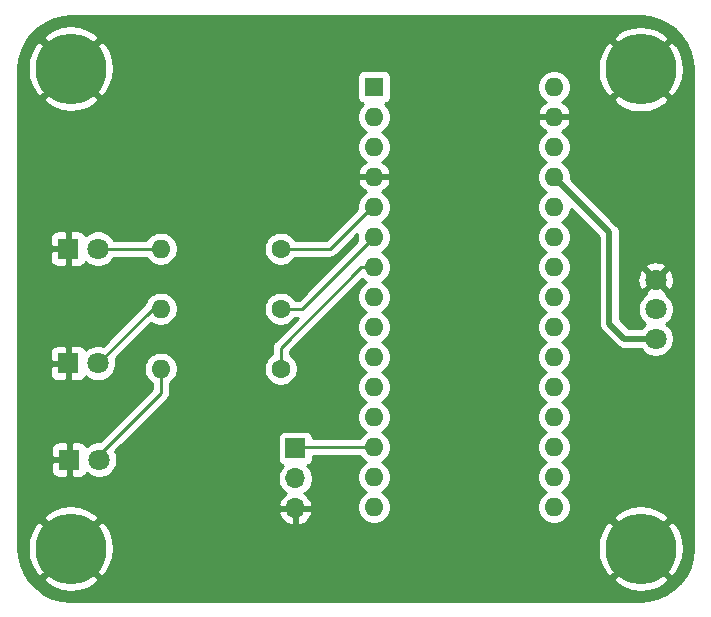
<source format=gtl>
%TF.GenerationSoftware,KiCad,Pcbnew,(5.1.10)-1*%
%TF.CreationDate,2021-10-01T12:37:46-07:00*%
%TF.ProjectId,BumbasiRylan_ElectronicSpeedController,42756d62-6173-4695-9279-6c616e5f456c,rev?*%
%TF.SameCoordinates,Original*%
%TF.FileFunction,Copper,L1,Top*%
%TF.FilePolarity,Positive*%
%FSLAX46Y46*%
G04 Gerber Fmt 4.6, Leading zero omitted, Abs format (unit mm)*
G04 Created by KiCad (PCBNEW (5.1.10)-1) date 2021-10-01 12:37:46*
%MOMM*%
%LPD*%
G01*
G04 APERTURE LIST*
%TA.AperFunction,ComponentPad*%
%ADD10C,0.800000*%
%TD*%
%TA.AperFunction,ComponentPad*%
%ADD11C,6.000000*%
%TD*%
%TA.AperFunction,ComponentPad*%
%ADD12O,1.600000X1.600000*%
%TD*%
%TA.AperFunction,ComponentPad*%
%ADD13C,1.600000*%
%TD*%
%TA.AperFunction,ComponentPad*%
%ADD14C,1.800000*%
%TD*%
%TA.AperFunction,ComponentPad*%
%ADD15R,1.800000X1.800000*%
%TD*%
%TA.AperFunction,ComponentPad*%
%ADD16R,1.600000X1.600000*%
%TD*%
%TA.AperFunction,ComponentPad*%
%ADD17O,1.700000X1.700000*%
%TD*%
%TA.AperFunction,ComponentPad*%
%ADD18R,1.700000X1.700000*%
%TD*%
%TA.AperFunction,Conductor*%
%ADD19C,0.250000*%
%TD*%
%TA.AperFunction,Conductor*%
%ADD20C,0.500000*%
%TD*%
%TA.AperFunction,Conductor*%
%ADD21C,0.254000*%
%TD*%
%TA.AperFunction,Conductor*%
%ADD22C,0.100000*%
%TD*%
G04 APERTURE END LIST*
D10*
%TO.P,H4,1*%
%TO.N,GND*%
X159070990Y-79746010D03*
X157480000Y-79087000D03*
X155889010Y-79746010D03*
X155230000Y-81337000D03*
X155889010Y-82927990D03*
X157480000Y-83587000D03*
X159070990Y-82927990D03*
X159730000Y-81337000D03*
D11*
X157480000Y-81337000D03*
%TD*%
D10*
%TO.P,H3,1*%
%TO.N,GND*%
X110810990Y-79689010D03*
X109220000Y-79030000D03*
X107629010Y-79689010D03*
X106970000Y-81280000D03*
X107629010Y-82870990D03*
X109220000Y-83530000D03*
X110810990Y-82870990D03*
X111470000Y-81280000D03*
D11*
X109220000Y-81280000D03*
%TD*%
D10*
%TO.P,H2,1*%
%TO.N,GND*%
X110810990Y-120329010D03*
X109220000Y-119670000D03*
X107629010Y-120329010D03*
X106970000Y-121920000D03*
X107629010Y-123510990D03*
X109220000Y-124170000D03*
X110810990Y-123510990D03*
X111470000Y-121920000D03*
D11*
X109220000Y-121920000D03*
%TD*%
D10*
%TO.P,H1,1*%
%TO.N,GND*%
X159070990Y-120329010D03*
X157480000Y-119670000D03*
X155889010Y-120329010D03*
X155230000Y-121920000D03*
X155889010Y-123510990D03*
X157480000Y-124170000D03*
X159070990Y-123510990D03*
X159730000Y-121920000D03*
D11*
X157480000Y-121920000D03*
%TD*%
D12*
%TO.P,R3,2*%
%TO.N,Net-(LED3-Pad2)*%
X116840000Y-106680000D03*
D13*
%TO.P,R3,1*%
%TO.N,/D4*%
X127000000Y-106680000D03*
%TD*%
D12*
%TO.P,R2,2*%
%TO.N,Net-(LED2-Pad2)*%
X116840000Y-101600000D03*
D13*
%TO.P,R2,1*%
%TO.N,/D3*%
X127000000Y-101600000D03*
%TD*%
D12*
%TO.P,R1,2*%
%TO.N,Net-(LED1-Pad2)*%
X116840000Y-96520000D03*
D13*
%TO.P,R1,1*%
%TO.N,/D2*%
X127000000Y-96520000D03*
%TD*%
D14*
%TO.P,LED3,2*%
%TO.N,Net-(LED3-Pad2)*%
X111640000Y-114380000D03*
D15*
%TO.P,LED3,1*%
%TO.N,GND*%
X109100000Y-114380000D03*
%TD*%
D14*
%TO.P,LED2,2*%
%TO.N,Net-(LED2-Pad2)*%
X111540000Y-106220000D03*
D15*
%TO.P,LED2,1*%
%TO.N,GND*%
X109000000Y-106220000D03*
%TD*%
D14*
%TO.P,LED1,2*%
%TO.N,Net-(LED1-Pad2)*%
X111540000Y-96520000D03*
D15*
%TO.P,LED1,1*%
%TO.N,GND*%
X109000000Y-96520000D03*
%TD*%
D12*
%TO.P,ArduinoNano1,16*%
%TO.N,N/C*%
X150145001Y-118385001D03*
%TO.P,ArduinoNano1,15*%
X134905001Y-118385001D03*
%TO.P,ArduinoNano1,30*%
X150145001Y-82825001D03*
%TO.P,ArduinoNano1,14*%
X134905001Y-115845001D03*
%TO.P,ArduinoNano1,29*%
%TO.N,GND*%
X150145001Y-85365001D03*
%TO.P,ArduinoNano1,13*%
%TO.N,/D10(PWM)*%
X134905001Y-113305001D03*
%TO.P,ArduinoNano1,28*%
%TO.N,N/C*%
X150145001Y-87905001D03*
%TO.P,ArduinoNano1,12*%
X134905001Y-110765001D03*
%TO.P,ArduinoNano1,27*%
%TO.N,/5V*%
X150145001Y-90445001D03*
%TO.P,ArduinoNano1,11*%
%TO.N,N/C*%
X134905001Y-108225001D03*
%TO.P,ArduinoNano1,26*%
X150145001Y-92985001D03*
%TO.P,ArduinoNano1,10*%
X134905001Y-105685001D03*
%TO.P,ArduinoNano1,25*%
X150145001Y-95525001D03*
%TO.P,ArduinoNano1,9*%
X134905001Y-103145001D03*
%TO.P,ArduinoNano1,24*%
X150145001Y-98065001D03*
%TO.P,ArduinoNano1,8*%
X134905001Y-100605001D03*
%TO.P,ArduinoNano1,23*%
X150145001Y-100605001D03*
%TO.P,ArduinoNano1,7*%
%TO.N,/D4*%
X134905001Y-98065001D03*
%TO.P,ArduinoNano1,22*%
%TO.N,N/C*%
X150145001Y-103145001D03*
%TO.P,ArduinoNano1,6*%
%TO.N,/D3*%
X134905001Y-95525001D03*
%TO.P,ArduinoNano1,21*%
%TO.N,N/C*%
X150145001Y-105685001D03*
%TO.P,ArduinoNano1,5*%
%TO.N,/D2*%
X134905001Y-92985001D03*
%TO.P,ArduinoNano1,20*%
%TO.N,N/C*%
X150145001Y-108225001D03*
%TO.P,ArduinoNano1,4*%
%TO.N,GND*%
X134905001Y-90445001D03*
%TO.P,ArduinoNano1,19*%
%TO.N,/A0*%
X150145001Y-110765001D03*
%TO.P,ArduinoNano1,3*%
%TO.N,N/C*%
X134905001Y-87905001D03*
%TO.P,ArduinoNano1,18*%
X150145001Y-113305001D03*
%TO.P,ArduinoNano1,2*%
X134905001Y-85365001D03*
%TO.P,ArduinoNano1,17*%
X150145001Y-115845001D03*
D16*
%TO.P,ArduinoNano1,1*%
X134905001Y-82825001D03*
%TD*%
D17*
%TO.P,ESC1,3*%
%TO.N,GND*%
X128244600Y-118516400D03*
%TO.P,ESC1,2*%
%TO.N,N/C*%
X128244600Y-115976400D03*
D18*
%TO.P,ESC1,1*%
%TO.N,/D10(PWM)*%
X128244600Y-113436400D03*
%TD*%
D14*
%TO.P,POT1,1*%
%TO.N,/5V*%
X158750000Y-104140000D03*
%TO.P,POT1,2*%
%TO.N,/A0*%
X158750000Y-101640000D03*
%TO.P,POT1,3*%
%TO.N,GND*%
X158750000Y-99140000D03*
%TD*%
D19*
%TO.N,Net-(LED1-Pad2)*%
X111540000Y-96520000D02*
X116840000Y-96520000D01*
%TO.N,Net-(LED2-Pad2)*%
X116160000Y-101600000D02*
X116840000Y-101600000D01*
X111540000Y-106220000D02*
X116160000Y-101600000D01*
%TO.N,Net-(LED3-Pad2)*%
X116850000Y-106690000D02*
X116840000Y-106680000D01*
X116850000Y-108750000D02*
X116850000Y-106690000D01*
X111640000Y-113960000D02*
X116850000Y-108750000D01*
X111640000Y-114380000D02*
X111640000Y-113960000D01*
D20*
%TO.N,/5V*%
X158750000Y-104140000D02*
X156108400Y-104140000D01*
X156108400Y-104140000D02*
X154838400Y-102870000D01*
X154838400Y-95138400D02*
X150145001Y-90445001D01*
X154838400Y-102870000D02*
X154838400Y-95138400D01*
D19*
%TO.N,/D2*%
X127020000Y-96520000D02*
X127000000Y-96520000D01*
X134714999Y-92985001D02*
X134905001Y-92985001D01*
X131180000Y-96520000D02*
X134714999Y-92985001D01*
X127000000Y-96520000D02*
X131180000Y-96520000D01*
%TO.N,/D3*%
X128830002Y-101600000D02*
X134905001Y-95525001D01*
X127000000Y-101600000D02*
X128830002Y-101600000D01*
%TO.N,/D4*%
X127000000Y-106680000D02*
X127000000Y-104900000D01*
X133834999Y-98065001D02*
X134905001Y-98065001D01*
X127000000Y-104900000D02*
X133834999Y-98065001D01*
%TO.N,/D10(PWM)*%
X128375999Y-113305001D02*
X128244600Y-113436400D01*
X134905001Y-113305001D02*
X128375999Y-113305001D01*
%TD*%
D21*
%TO.N,GND*%
X158262249Y-76932437D02*
X159019774Y-77139672D01*
X159728625Y-77477777D01*
X160366404Y-77936067D01*
X160912946Y-78500055D01*
X161350977Y-79151913D01*
X161666651Y-79871038D01*
X161851206Y-80639768D01*
X161900000Y-81304207D01*
X161900001Y-121890597D01*
X161827563Y-122702249D01*
X161620328Y-123459774D01*
X161282221Y-124168627D01*
X160823928Y-124806410D01*
X160259945Y-125352946D01*
X159608085Y-125790978D01*
X158888963Y-126106651D01*
X158120232Y-126291206D01*
X157455792Y-126340000D01*
X109249392Y-126340000D01*
X108437751Y-126267563D01*
X107680226Y-126060328D01*
X106971373Y-125722221D01*
X106333590Y-125263928D01*
X105787054Y-124699945D01*
X105638375Y-124478686D01*
X106840919Y-124478686D01*
X107177106Y-124947868D01*
X107807068Y-125288237D01*
X108491327Y-125499166D01*
X109203589Y-125572550D01*
X109916482Y-125505569D01*
X110602609Y-125300796D01*
X111235603Y-124966102D01*
X111262894Y-124947868D01*
X111599081Y-124478686D01*
X155100919Y-124478686D01*
X155437106Y-124947868D01*
X156067068Y-125288237D01*
X156751327Y-125499166D01*
X157463589Y-125572550D01*
X158176482Y-125505569D01*
X158862609Y-125300796D01*
X159495603Y-124966102D01*
X159522894Y-124947868D01*
X159859081Y-124478686D01*
X157480000Y-122099605D01*
X155100919Y-124478686D01*
X111599081Y-124478686D01*
X109220000Y-122099605D01*
X106840919Y-124478686D01*
X105638375Y-124478686D01*
X105349022Y-124048085D01*
X105033349Y-123328963D01*
X104848794Y-122560232D01*
X104800573Y-121903589D01*
X105567450Y-121903589D01*
X105634431Y-122616482D01*
X105839204Y-123302609D01*
X106173898Y-123935603D01*
X106192132Y-123962894D01*
X106661314Y-124299081D01*
X109040395Y-121920000D01*
X109399605Y-121920000D01*
X111778686Y-124299081D01*
X112247868Y-123962894D01*
X112588237Y-123332932D01*
X112799166Y-122648673D01*
X112872550Y-121936411D01*
X112869467Y-121903589D01*
X153827450Y-121903589D01*
X153894431Y-122616482D01*
X154099204Y-123302609D01*
X154433898Y-123935603D01*
X154452132Y-123962894D01*
X154921314Y-124299081D01*
X157300395Y-121920000D01*
X157659605Y-121920000D01*
X160038686Y-124299081D01*
X160507868Y-123962894D01*
X160848237Y-123332932D01*
X161059166Y-122648673D01*
X161132550Y-121936411D01*
X161065569Y-121223518D01*
X160860796Y-120537391D01*
X160526102Y-119904397D01*
X160507868Y-119877106D01*
X160038686Y-119540919D01*
X157659605Y-121920000D01*
X157300395Y-121920000D01*
X154921314Y-119540919D01*
X154452132Y-119877106D01*
X154111763Y-120507068D01*
X153900834Y-121191327D01*
X153827450Y-121903589D01*
X112869467Y-121903589D01*
X112805569Y-121223518D01*
X112600796Y-120537391D01*
X112266102Y-119904397D01*
X112247868Y-119877106D01*
X111778686Y-119540919D01*
X109399605Y-121920000D01*
X109040395Y-121920000D01*
X106661314Y-119540919D01*
X106192132Y-119877106D01*
X105851763Y-120507068D01*
X105640834Y-121191327D01*
X105567450Y-121903589D01*
X104800573Y-121903589D01*
X104800000Y-121895792D01*
X104800000Y-119361314D01*
X106840919Y-119361314D01*
X109220000Y-121740395D01*
X111599081Y-119361314D01*
X111262894Y-118892132D01*
X111228021Y-118873290D01*
X126803124Y-118873290D01*
X126847775Y-119020499D01*
X126972959Y-119283320D01*
X127147012Y-119516669D01*
X127363245Y-119711578D01*
X127613348Y-119860557D01*
X127887709Y-119957881D01*
X128117600Y-119837214D01*
X128117600Y-118643400D01*
X128371600Y-118643400D01*
X128371600Y-119837214D01*
X128601491Y-119957881D01*
X128875852Y-119860557D01*
X129125955Y-119711578D01*
X129342188Y-119516669D01*
X129516241Y-119283320D01*
X129641425Y-119020499D01*
X129686076Y-118873290D01*
X129564755Y-118643400D01*
X128371600Y-118643400D01*
X128117600Y-118643400D01*
X126924445Y-118643400D01*
X126803124Y-118873290D01*
X111228021Y-118873290D01*
X110632932Y-118551763D01*
X109948673Y-118340834D01*
X109236411Y-118267450D01*
X108523518Y-118334431D01*
X107837391Y-118539204D01*
X107204397Y-118873898D01*
X107177106Y-118892132D01*
X106840919Y-119361314D01*
X104800000Y-119361314D01*
X104800000Y-115280000D01*
X107561928Y-115280000D01*
X107574188Y-115404482D01*
X107610498Y-115524180D01*
X107669463Y-115634494D01*
X107748815Y-115731185D01*
X107845506Y-115810537D01*
X107955820Y-115869502D01*
X108075518Y-115905812D01*
X108200000Y-115918072D01*
X108814250Y-115915000D01*
X108973000Y-115756250D01*
X108973000Y-114507000D01*
X107723750Y-114507000D01*
X107565000Y-114665750D01*
X107561928Y-115280000D01*
X104800000Y-115280000D01*
X104800000Y-113480000D01*
X107561928Y-113480000D01*
X107565000Y-114094250D01*
X107723750Y-114253000D01*
X108973000Y-114253000D01*
X108973000Y-113003750D01*
X109227000Y-113003750D01*
X109227000Y-114253000D01*
X109247000Y-114253000D01*
X109247000Y-114507000D01*
X109227000Y-114507000D01*
X109227000Y-115756250D01*
X109385750Y-115915000D01*
X110000000Y-115918072D01*
X110124482Y-115905812D01*
X110244180Y-115869502D01*
X110354494Y-115810537D01*
X110451185Y-115731185D01*
X110530537Y-115634494D01*
X110589502Y-115524180D01*
X110595056Y-115505873D01*
X110661495Y-115572312D01*
X110912905Y-115740299D01*
X111192257Y-115856011D01*
X111488816Y-115915000D01*
X111791184Y-115915000D01*
X112087743Y-115856011D01*
X112367095Y-115740299D01*
X112618505Y-115572312D01*
X112832312Y-115358505D01*
X113000299Y-115107095D01*
X113116011Y-114827743D01*
X113175000Y-114531184D01*
X113175000Y-114228816D01*
X113116011Y-113932257D01*
X113006625Y-113668176D01*
X117361004Y-109313798D01*
X117390001Y-109290001D01*
X117484974Y-109174276D01*
X117555546Y-109042247D01*
X117599003Y-108898986D01*
X117610000Y-108787333D01*
X117610000Y-108787325D01*
X117613676Y-108750000D01*
X117610000Y-108712675D01*
X117610000Y-107891362D01*
X117754759Y-107794637D01*
X117954637Y-107594759D01*
X118111680Y-107359727D01*
X118219853Y-107098574D01*
X118275000Y-106821335D01*
X118275000Y-106538665D01*
X118219853Y-106261426D01*
X118111680Y-106000273D01*
X117954637Y-105765241D01*
X117754759Y-105565363D01*
X117519727Y-105408320D01*
X117258574Y-105300147D01*
X116981335Y-105245000D01*
X116698665Y-105245000D01*
X116421426Y-105300147D01*
X116160273Y-105408320D01*
X115925241Y-105565363D01*
X115725363Y-105765241D01*
X115568320Y-106000273D01*
X115460147Y-106261426D01*
X115405000Y-106538665D01*
X115405000Y-106821335D01*
X115460147Y-107098574D01*
X115568320Y-107359727D01*
X115725363Y-107594759D01*
X115925241Y-107794637D01*
X116090000Y-107904725D01*
X116090000Y-108435198D01*
X111680199Y-112845000D01*
X111488816Y-112845000D01*
X111192257Y-112903989D01*
X110912905Y-113019701D01*
X110661495Y-113187688D01*
X110595056Y-113254127D01*
X110589502Y-113235820D01*
X110530537Y-113125506D01*
X110451185Y-113028815D01*
X110354494Y-112949463D01*
X110244180Y-112890498D01*
X110124482Y-112854188D01*
X110000000Y-112841928D01*
X109385750Y-112845000D01*
X109227000Y-113003750D01*
X108973000Y-113003750D01*
X108814250Y-112845000D01*
X108200000Y-112841928D01*
X108075518Y-112854188D01*
X107955820Y-112890498D01*
X107845506Y-112949463D01*
X107748815Y-113028815D01*
X107669463Y-113125506D01*
X107610498Y-113235820D01*
X107574188Y-113355518D01*
X107561928Y-113480000D01*
X104800000Y-113480000D01*
X104800000Y-107120000D01*
X107461928Y-107120000D01*
X107474188Y-107244482D01*
X107510498Y-107364180D01*
X107569463Y-107474494D01*
X107648815Y-107571185D01*
X107745506Y-107650537D01*
X107855820Y-107709502D01*
X107975518Y-107745812D01*
X108100000Y-107758072D01*
X108714250Y-107755000D01*
X108873000Y-107596250D01*
X108873000Y-106347000D01*
X107623750Y-106347000D01*
X107465000Y-106505750D01*
X107461928Y-107120000D01*
X104800000Y-107120000D01*
X104800000Y-105320000D01*
X107461928Y-105320000D01*
X107465000Y-105934250D01*
X107623750Y-106093000D01*
X108873000Y-106093000D01*
X108873000Y-104843750D01*
X109127000Y-104843750D01*
X109127000Y-106093000D01*
X109147000Y-106093000D01*
X109147000Y-106347000D01*
X109127000Y-106347000D01*
X109127000Y-107596250D01*
X109285750Y-107755000D01*
X109900000Y-107758072D01*
X110024482Y-107745812D01*
X110144180Y-107709502D01*
X110254494Y-107650537D01*
X110351185Y-107571185D01*
X110430537Y-107474494D01*
X110489502Y-107364180D01*
X110495056Y-107345873D01*
X110561495Y-107412312D01*
X110812905Y-107580299D01*
X111092257Y-107696011D01*
X111388816Y-107755000D01*
X111691184Y-107755000D01*
X111987743Y-107696011D01*
X112267095Y-107580299D01*
X112518505Y-107412312D01*
X112732312Y-107198505D01*
X112900299Y-106947095D01*
X113016011Y-106667743D01*
X113075000Y-106371184D01*
X113075000Y-106068816D01*
X113023731Y-105811070D01*
X116042089Y-102792712D01*
X116160273Y-102871680D01*
X116421426Y-102979853D01*
X116698665Y-103035000D01*
X116981335Y-103035000D01*
X117258574Y-102979853D01*
X117519727Y-102871680D01*
X117754759Y-102714637D01*
X117954637Y-102514759D01*
X118111680Y-102279727D01*
X118219853Y-102018574D01*
X118275000Y-101741335D01*
X118275000Y-101458665D01*
X118219853Y-101181426D01*
X118111680Y-100920273D01*
X117954637Y-100685241D01*
X117754759Y-100485363D01*
X117519727Y-100328320D01*
X117258574Y-100220147D01*
X116981335Y-100165000D01*
X116698665Y-100165000D01*
X116421426Y-100220147D01*
X116160273Y-100328320D01*
X115925241Y-100485363D01*
X115725363Y-100685241D01*
X115568320Y-100920273D01*
X115460147Y-101181426D01*
X115449315Y-101235883D01*
X111948930Y-104736269D01*
X111691184Y-104685000D01*
X111388816Y-104685000D01*
X111092257Y-104743989D01*
X110812905Y-104859701D01*
X110561495Y-105027688D01*
X110495056Y-105094127D01*
X110489502Y-105075820D01*
X110430537Y-104965506D01*
X110351185Y-104868815D01*
X110254494Y-104789463D01*
X110144180Y-104730498D01*
X110024482Y-104694188D01*
X109900000Y-104681928D01*
X109285750Y-104685000D01*
X109127000Y-104843750D01*
X108873000Y-104843750D01*
X108714250Y-104685000D01*
X108100000Y-104681928D01*
X107975518Y-104694188D01*
X107855820Y-104730498D01*
X107745506Y-104789463D01*
X107648815Y-104868815D01*
X107569463Y-104965506D01*
X107510498Y-105075820D01*
X107474188Y-105195518D01*
X107461928Y-105320000D01*
X104800000Y-105320000D01*
X104800000Y-97420000D01*
X107461928Y-97420000D01*
X107474188Y-97544482D01*
X107510498Y-97664180D01*
X107569463Y-97774494D01*
X107648815Y-97871185D01*
X107745506Y-97950537D01*
X107855820Y-98009502D01*
X107975518Y-98045812D01*
X108100000Y-98058072D01*
X108714250Y-98055000D01*
X108873000Y-97896250D01*
X108873000Y-96647000D01*
X107623750Y-96647000D01*
X107465000Y-96805750D01*
X107461928Y-97420000D01*
X104800000Y-97420000D01*
X104800000Y-95620000D01*
X107461928Y-95620000D01*
X107465000Y-96234250D01*
X107623750Y-96393000D01*
X108873000Y-96393000D01*
X108873000Y-95143750D01*
X109127000Y-95143750D01*
X109127000Y-96393000D01*
X109147000Y-96393000D01*
X109147000Y-96647000D01*
X109127000Y-96647000D01*
X109127000Y-97896250D01*
X109285750Y-98055000D01*
X109900000Y-98058072D01*
X110024482Y-98045812D01*
X110144180Y-98009502D01*
X110254494Y-97950537D01*
X110351185Y-97871185D01*
X110430537Y-97774494D01*
X110489502Y-97664180D01*
X110495056Y-97645873D01*
X110561495Y-97712312D01*
X110812905Y-97880299D01*
X111092257Y-97996011D01*
X111388816Y-98055000D01*
X111691184Y-98055000D01*
X111987743Y-97996011D01*
X112267095Y-97880299D01*
X112518505Y-97712312D01*
X112732312Y-97498505D01*
X112878313Y-97280000D01*
X115621957Y-97280000D01*
X115725363Y-97434759D01*
X115925241Y-97634637D01*
X116160273Y-97791680D01*
X116421426Y-97899853D01*
X116698665Y-97955000D01*
X116981335Y-97955000D01*
X117258574Y-97899853D01*
X117519727Y-97791680D01*
X117754759Y-97634637D01*
X117954637Y-97434759D01*
X118111680Y-97199727D01*
X118219853Y-96938574D01*
X118275000Y-96661335D01*
X118275000Y-96378665D01*
X125565000Y-96378665D01*
X125565000Y-96661335D01*
X125620147Y-96938574D01*
X125728320Y-97199727D01*
X125885363Y-97434759D01*
X126085241Y-97634637D01*
X126320273Y-97791680D01*
X126581426Y-97899853D01*
X126858665Y-97955000D01*
X127141335Y-97955000D01*
X127418574Y-97899853D01*
X127679727Y-97791680D01*
X127914759Y-97634637D01*
X128114637Y-97434759D01*
X128218043Y-97280000D01*
X131142678Y-97280000D01*
X131180000Y-97283676D01*
X131217322Y-97280000D01*
X131217333Y-97280000D01*
X131328986Y-97269003D01*
X131472247Y-97225546D01*
X131604276Y-97154974D01*
X131720001Y-97060001D01*
X131743804Y-97030997D01*
X133489584Y-95285218D01*
X133470001Y-95383666D01*
X133470001Y-95666336D01*
X133506313Y-95848887D01*
X128515201Y-100840000D01*
X128218043Y-100840000D01*
X128114637Y-100685241D01*
X127914759Y-100485363D01*
X127679727Y-100328320D01*
X127418574Y-100220147D01*
X127141335Y-100165000D01*
X126858665Y-100165000D01*
X126581426Y-100220147D01*
X126320273Y-100328320D01*
X126085241Y-100485363D01*
X125885363Y-100685241D01*
X125728320Y-100920273D01*
X125620147Y-101181426D01*
X125565000Y-101458665D01*
X125565000Y-101741335D01*
X125620147Y-102018574D01*
X125728320Y-102279727D01*
X125885363Y-102514759D01*
X126085241Y-102714637D01*
X126320273Y-102871680D01*
X126581426Y-102979853D01*
X126858665Y-103035000D01*
X127141335Y-103035000D01*
X127418574Y-102979853D01*
X127679727Y-102871680D01*
X127914759Y-102714637D01*
X128114637Y-102514759D01*
X128218043Y-102360000D01*
X128465199Y-102360000D01*
X126488998Y-104336201D01*
X126460000Y-104359999D01*
X126436202Y-104388997D01*
X126436201Y-104388998D01*
X126365026Y-104475724D01*
X126294454Y-104607754D01*
X126271023Y-104685000D01*
X126257222Y-104730498D01*
X126250998Y-104751015D01*
X126236324Y-104900000D01*
X126240001Y-104937332D01*
X126240001Y-105461956D01*
X126085241Y-105565363D01*
X125885363Y-105765241D01*
X125728320Y-106000273D01*
X125620147Y-106261426D01*
X125565000Y-106538665D01*
X125565000Y-106821335D01*
X125620147Y-107098574D01*
X125728320Y-107359727D01*
X125885363Y-107594759D01*
X126085241Y-107794637D01*
X126320273Y-107951680D01*
X126581426Y-108059853D01*
X126858665Y-108115000D01*
X127141335Y-108115000D01*
X127418574Y-108059853D01*
X127679727Y-107951680D01*
X127914759Y-107794637D01*
X128114637Y-107594759D01*
X128271680Y-107359727D01*
X128379853Y-107098574D01*
X128435000Y-106821335D01*
X128435000Y-106538665D01*
X128379853Y-106261426D01*
X128271680Y-106000273D01*
X128114637Y-105765241D01*
X127914759Y-105565363D01*
X127760000Y-105461957D01*
X127760000Y-105214801D01*
X133892703Y-99082099D01*
X133990242Y-99179638D01*
X134222760Y-99335001D01*
X133990242Y-99490364D01*
X133790364Y-99690242D01*
X133633321Y-99925274D01*
X133525148Y-100186427D01*
X133470001Y-100463666D01*
X133470001Y-100746336D01*
X133525148Y-101023575D01*
X133633321Y-101284728D01*
X133790364Y-101519760D01*
X133990242Y-101719638D01*
X134222760Y-101875001D01*
X133990242Y-102030364D01*
X133790364Y-102230242D01*
X133633321Y-102465274D01*
X133525148Y-102726427D01*
X133470001Y-103003666D01*
X133470001Y-103286336D01*
X133525148Y-103563575D01*
X133633321Y-103824728D01*
X133790364Y-104059760D01*
X133990242Y-104259638D01*
X134222760Y-104415001D01*
X133990242Y-104570364D01*
X133790364Y-104770242D01*
X133633321Y-105005274D01*
X133525148Y-105266427D01*
X133470001Y-105543666D01*
X133470001Y-105826336D01*
X133525148Y-106103575D01*
X133633321Y-106364728D01*
X133790364Y-106599760D01*
X133990242Y-106799638D01*
X134222760Y-106955001D01*
X133990242Y-107110364D01*
X133790364Y-107310242D01*
X133633321Y-107545274D01*
X133525148Y-107806427D01*
X133470001Y-108083666D01*
X133470001Y-108366336D01*
X133525148Y-108643575D01*
X133633321Y-108904728D01*
X133790364Y-109139760D01*
X133990242Y-109339638D01*
X134222760Y-109495001D01*
X133990242Y-109650364D01*
X133790364Y-109850242D01*
X133633321Y-110085274D01*
X133525148Y-110346427D01*
X133470001Y-110623666D01*
X133470001Y-110906336D01*
X133525148Y-111183575D01*
X133633321Y-111444728D01*
X133790364Y-111679760D01*
X133990242Y-111879638D01*
X134222760Y-112035001D01*
X133990242Y-112190364D01*
X133790364Y-112390242D01*
X133686958Y-112545001D01*
X129728595Y-112545001D01*
X129720412Y-112461918D01*
X129684102Y-112342220D01*
X129625137Y-112231906D01*
X129545785Y-112135215D01*
X129449094Y-112055863D01*
X129338780Y-111996898D01*
X129219082Y-111960588D01*
X129094600Y-111948328D01*
X127394600Y-111948328D01*
X127270118Y-111960588D01*
X127150420Y-111996898D01*
X127040106Y-112055863D01*
X126943415Y-112135215D01*
X126864063Y-112231906D01*
X126805098Y-112342220D01*
X126768788Y-112461918D01*
X126756528Y-112586400D01*
X126756528Y-114286400D01*
X126768788Y-114410882D01*
X126805098Y-114530580D01*
X126864063Y-114640894D01*
X126943415Y-114737585D01*
X127040106Y-114816937D01*
X127150420Y-114875902D01*
X127222980Y-114897913D01*
X127091125Y-115029768D01*
X126928610Y-115272989D01*
X126816668Y-115543242D01*
X126759600Y-115830140D01*
X126759600Y-116122660D01*
X126816668Y-116409558D01*
X126928610Y-116679811D01*
X127091125Y-116923032D01*
X127297968Y-117129875D01*
X127480134Y-117251595D01*
X127363245Y-117321222D01*
X127147012Y-117516131D01*
X126972959Y-117749480D01*
X126847775Y-118012301D01*
X126803124Y-118159510D01*
X126924445Y-118389400D01*
X128117600Y-118389400D01*
X128117600Y-118369400D01*
X128371600Y-118369400D01*
X128371600Y-118389400D01*
X129564755Y-118389400D01*
X129686076Y-118159510D01*
X129641425Y-118012301D01*
X129516241Y-117749480D01*
X129342188Y-117516131D01*
X129125955Y-117321222D01*
X129009066Y-117251595D01*
X129191232Y-117129875D01*
X129398075Y-116923032D01*
X129560590Y-116679811D01*
X129672532Y-116409558D01*
X129729600Y-116122660D01*
X129729600Y-115830140D01*
X129672532Y-115543242D01*
X129560590Y-115272989D01*
X129398075Y-115029768D01*
X129266220Y-114897913D01*
X129338780Y-114875902D01*
X129449094Y-114816937D01*
X129545785Y-114737585D01*
X129625137Y-114640894D01*
X129684102Y-114530580D01*
X129720412Y-114410882D01*
X129732672Y-114286400D01*
X129732672Y-114065001D01*
X133686958Y-114065001D01*
X133790364Y-114219760D01*
X133990242Y-114419638D01*
X134222760Y-114575001D01*
X133990242Y-114730364D01*
X133790364Y-114930242D01*
X133633321Y-115165274D01*
X133525148Y-115426427D01*
X133470001Y-115703666D01*
X133470001Y-115986336D01*
X133525148Y-116263575D01*
X133633321Y-116524728D01*
X133790364Y-116759760D01*
X133990242Y-116959638D01*
X134222760Y-117115001D01*
X133990242Y-117270364D01*
X133790364Y-117470242D01*
X133633321Y-117705274D01*
X133525148Y-117966427D01*
X133470001Y-118243666D01*
X133470001Y-118526336D01*
X133525148Y-118803575D01*
X133633321Y-119064728D01*
X133790364Y-119299760D01*
X133990242Y-119499638D01*
X134225274Y-119656681D01*
X134486427Y-119764854D01*
X134763666Y-119820001D01*
X135046336Y-119820001D01*
X135323575Y-119764854D01*
X135584728Y-119656681D01*
X135819760Y-119499638D01*
X136019638Y-119299760D01*
X136176681Y-119064728D01*
X136284854Y-118803575D01*
X136340001Y-118526336D01*
X136340001Y-118243666D01*
X136284854Y-117966427D01*
X136176681Y-117705274D01*
X136019638Y-117470242D01*
X135819760Y-117270364D01*
X135587242Y-117115001D01*
X135819760Y-116959638D01*
X136019638Y-116759760D01*
X136176681Y-116524728D01*
X136284854Y-116263575D01*
X136340001Y-115986336D01*
X136340001Y-115703666D01*
X136284854Y-115426427D01*
X136176681Y-115165274D01*
X136019638Y-114930242D01*
X135819760Y-114730364D01*
X135587242Y-114575001D01*
X135819760Y-114419638D01*
X136019638Y-114219760D01*
X136176681Y-113984728D01*
X136284854Y-113723575D01*
X136340001Y-113446336D01*
X136340001Y-113163666D01*
X136284854Y-112886427D01*
X136176681Y-112625274D01*
X136019638Y-112390242D01*
X135819760Y-112190364D01*
X135587242Y-112035001D01*
X135819760Y-111879638D01*
X136019638Y-111679760D01*
X136176681Y-111444728D01*
X136284854Y-111183575D01*
X136340001Y-110906336D01*
X136340001Y-110623666D01*
X136284854Y-110346427D01*
X136176681Y-110085274D01*
X136019638Y-109850242D01*
X135819760Y-109650364D01*
X135587242Y-109495001D01*
X135819760Y-109339638D01*
X136019638Y-109139760D01*
X136176681Y-108904728D01*
X136284854Y-108643575D01*
X136340001Y-108366336D01*
X136340001Y-108083666D01*
X136284854Y-107806427D01*
X136176681Y-107545274D01*
X136019638Y-107310242D01*
X135819760Y-107110364D01*
X135587242Y-106955001D01*
X135819760Y-106799638D01*
X136019638Y-106599760D01*
X136176681Y-106364728D01*
X136284854Y-106103575D01*
X136340001Y-105826336D01*
X136340001Y-105543666D01*
X136284854Y-105266427D01*
X136176681Y-105005274D01*
X136019638Y-104770242D01*
X135819760Y-104570364D01*
X135587242Y-104415001D01*
X135819760Y-104259638D01*
X136019638Y-104059760D01*
X136176681Y-103824728D01*
X136284854Y-103563575D01*
X136340001Y-103286336D01*
X136340001Y-103003666D01*
X136284854Y-102726427D01*
X136176681Y-102465274D01*
X136019638Y-102230242D01*
X135819760Y-102030364D01*
X135587242Y-101875001D01*
X135819760Y-101719638D01*
X136019638Y-101519760D01*
X136176681Y-101284728D01*
X136284854Y-101023575D01*
X136340001Y-100746336D01*
X136340001Y-100463666D01*
X136284854Y-100186427D01*
X136176681Y-99925274D01*
X136019638Y-99690242D01*
X135819760Y-99490364D01*
X135587242Y-99335001D01*
X135819760Y-99179638D01*
X136019638Y-98979760D01*
X136176681Y-98744728D01*
X136284854Y-98483575D01*
X136340001Y-98206336D01*
X136340001Y-97923666D01*
X136284854Y-97646427D01*
X136176681Y-97385274D01*
X136019638Y-97150242D01*
X135819760Y-96950364D01*
X135587242Y-96795001D01*
X135819760Y-96639638D01*
X136019638Y-96439760D01*
X136176681Y-96204728D01*
X136284854Y-95943575D01*
X136340001Y-95666336D01*
X136340001Y-95383666D01*
X136284854Y-95106427D01*
X136176681Y-94845274D01*
X136019638Y-94610242D01*
X135819760Y-94410364D01*
X135587242Y-94255001D01*
X135819760Y-94099638D01*
X136019638Y-93899760D01*
X136176681Y-93664728D01*
X136284854Y-93403575D01*
X136340001Y-93126336D01*
X136340001Y-92843666D01*
X136284854Y-92566427D01*
X136176681Y-92305274D01*
X136019638Y-92070242D01*
X135819760Y-91870364D01*
X135584728Y-91713321D01*
X135574136Y-91708934D01*
X135760132Y-91597386D01*
X135968520Y-91408415D01*
X136136038Y-91182421D01*
X136256247Y-90928088D01*
X136296905Y-90794040D01*
X136174916Y-90572001D01*
X135032001Y-90572001D01*
X135032001Y-90592001D01*
X134778001Y-90592001D01*
X134778001Y-90572001D01*
X133635086Y-90572001D01*
X133513097Y-90794040D01*
X133553755Y-90928088D01*
X133673964Y-91182421D01*
X133841482Y-91408415D01*
X134049870Y-91597386D01*
X134235866Y-91708934D01*
X134225274Y-91713321D01*
X133990242Y-91870364D01*
X133790364Y-92070242D01*
X133633321Y-92305274D01*
X133525148Y-92566427D01*
X133470001Y-92843666D01*
X133470001Y-93126336D01*
X133474789Y-93150409D01*
X130865199Y-95760000D01*
X128218043Y-95760000D01*
X128114637Y-95605241D01*
X127914759Y-95405363D01*
X127679727Y-95248320D01*
X127418574Y-95140147D01*
X127141335Y-95085000D01*
X126858665Y-95085000D01*
X126581426Y-95140147D01*
X126320273Y-95248320D01*
X126085241Y-95405363D01*
X125885363Y-95605241D01*
X125728320Y-95840273D01*
X125620147Y-96101426D01*
X125565000Y-96378665D01*
X118275000Y-96378665D01*
X118219853Y-96101426D01*
X118111680Y-95840273D01*
X117954637Y-95605241D01*
X117754759Y-95405363D01*
X117519727Y-95248320D01*
X117258574Y-95140147D01*
X116981335Y-95085000D01*
X116698665Y-95085000D01*
X116421426Y-95140147D01*
X116160273Y-95248320D01*
X115925241Y-95405363D01*
X115725363Y-95605241D01*
X115621957Y-95760000D01*
X112878313Y-95760000D01*
X112732312Y-95541495D01*
X112518505Y-95327688D01*
X112267095Y-95159701D01*
X111987743Y-95043989D01*
X111691184Y-94985000D01*
X111388816Y-94985000D01*
X111092257Y-95043989D01*
X110812905Y-95159701D01*
X110561495Y-95327688D01*
X110495056Y-95394127D01*
X110489502Y-95375820D01*
X110430537Y-95265506D01*
X110351185Y-95168815D01*
X110254494Y-95089463D01*
X110144180Y-95030498D01*
X110024482Y-94994188D01*
X109900000Y-94981928D01*
X109285750Y-94985000D01*
X109127000Y-95143750D01*
X108873000Y-95143750D01*
X108714250Y-94985000D01*
X108100000Y-94981928D01*
X107975518Y-94994188D01*
X107855820Y-95030498D01*
X107745506Y-95089463D01*
X107648815Y-95168815D01*
X107569463Y-95265506D01*
X107510498Y-95375820D01*
X107474188Y-95495518D01*
X107461928Y-95620000D01*
X104800000Y-95620000D01*
X104800000Y-83838686D01*
X106840919Y-83838686D01*
X107177106Y-84307868D01*
X107807068Y-84648237D01*
X108491327Y-84859166D01*
X109203589Y-84932550D01*
X109916482Y-84865569D01*
X110602609Y-84660796D01*
X111235603Y-84326102D01*
X111262894Y-84307868D01*
X111599081Y-83838686D01*
X109220000Y-81459605D01*
X106840919Y-83838686D01*
X104800000Y-83838686D01*
X104800000Y-81309392D01*
X104804087Y-81263589D01*
X105567450Y-81263589D01*
X105634431Y-81976482D01*
X105839204Y-82662609D01*
X106173898Y-83295603D01*
X106192132Y-83322894D01*
X106661314Y-83659081D01*
X109040395Y-81280000D01*
X109399605Y-81280000D01*
X111778686Y-83659081D01*
X112247868Y-83322894D01*
X112588237Y-82692932D01*
X112794132Y-82025001D01*
X133466929Y-82025001D01*
X133466929Y-83625001D01*
X133479189Y-83749483D01*
X133515499Y-83869181D01*
X133574464Y-83979495D01*
X133653816Y-84076186D01*
X133750507Y-84155538D01*
X133860821Y-84214503D01*
X133980519Y-84250813D01*
X133988962Y-84251644D01*
X133790364Y-84450242D01*
X133633321Y-84685274D01*
X133525148Y-84946427D01*
X133470001Y-85223666D01*
X133470001Y-85506336D01*
X133525148Y-85783575D01*
X133633321Y-86044728D01*
X133790364Y-86279760D01*
X133990242Y-86479638D01*
X134222760Y-86635001D01*
X133990242Y-86790364D01*
X133790364Y-86990242D01*
X133633321Y-87225274D01*
X133525148Y-87486427D01*
X133470001Y-87763666D01*
X133470001Y-88046336D01*
X133525148Y-88323575D01*
X133633321Y-88584728D01*
X133790364Y-88819760D01*
X133990242Y-89019638D01*
X134225274Y-89176681D01*
X134235866Y-89181068D01*
X134049870Y-89292616D01*
X133841482Y-89481587D01*
X133673964Y-89707581D01*
X133553755Y-89961914D01*
X133513097Y-90095962D01*
X133635086Y-90318001D01*
X134778001Y-90318001D01*
X134778001Y-90298001D01*
X135032001Y-90298001D01*
X135032001Y-90318001D01*
X136174916Y-90318001D01*
X136296905Y-90095962D01*
X136256247Y-89961914D01*
X136136038Y-89707581D01*
X135968520Y-89481587D01*
X135760132Y-89292616D01*
X135574136Y-89181068D01*
X135584728Y-89176681D01*
X135819760Y-89019638D01*
X136019638Y-88819760D01*
X136176681Y-88584728D01*
X136284854Y-88323575D01*
X136340001Y-88046336D01*
X136340001Y-87763666D01*
X148710001Y-87763666D01*
X148710001Y-88046336D01*
X148765148Y-88323575D01*
X148873321Y-88584728D01*
X149030364Y-88819760D01*
X149230242Y-89019638D01*
X149462760Y-89175001D01*
X149230242Y-89330364D01*
X149030364Y-89530242D01*
X148873321Y-89765274D01*
X148765148Y-90026427D01*
X148710001Y-90303666D01*
X148710001Y-90586336D01*
X148765148Y-90863575D01*
X148873321Y-91124728D01*
X149030364Y-91359760D01*
X149230242Y-91559638D01*
X149462760Y-91715001D01*
X149230242Y-91870364D01*
X149030364Y-92070242D01*
X148873321Y-92305274D01*
X148765148Y-92566427D01*
X148710001Y-92843666D01*
X148710001Y-93126336D01*
X148765148Y-93403575D01*
X148873321Y-93664728D01*
X149030364Y-93899760D01*
X149230242Y-94099638D01*
X149462760Y-94255001D01*
X149230242Y-94410364D01*
X149030364Y-94610242D01*
X148873321Y-94845274D01*
X148765148Y-95106427D01*
X148710001Y-95383666D01*
X148710001Y-95666336D01*
X148765148Y-95943575D01*
X148873321Y-96204728D01*
X149030364Y-96439760D01*
X149230242Y-96639638D01*
X149462760Y-96795001D01*
X149230242Y-96950364D01*
X149030364Y-97150242D01*
X148873321Y-97385274D01*
X148765148Y-97646427D01*
X148710001Y-97923666D01*
X148710001Y-98206336D01*
X148765148Y-98483575D01*
X148873321Y-98744728D01*
X149030364Y-98979760D01*
X149230242Y-99179638D01*
X149462760Y-99335001D01*
X149230242Y-99490364D01*
X149030364Y-99690242D01*
X148873321Y-99925274D01*
X148765148Y-100186427D01*
X148710001Y-100463666D01*
X148710001Y-100746336D01*
X148765148Y-101023575D01*
X148873321Y-101284728D01*
X149030364Y-101519760D01*
X149230242Y-101719638D01*
X149462760Y-101875001D01*
X149230242Y-102030364D01*
X149030364Y-102230242D01*
X148873321Y-102465274D01*
X148765148Y-102726427D01*
X148710001Y-103003666D01*
X148710001Y-103286336D01*
X148765148Y-103563575D01*
X148873321Y-103824728D01*
X149030364Y-104059760D01*
X149230242Y-104259638D01*
X149462760Y-104415001D01*
X149230242Y-104570364D01*
X149030364Y-104770242D01*
X148873321Y-105005274D01*
X148765148Y-105266427D01*
X148710001Y-105543666D01*
X148710001Y-105826336D01*
X148765148Y-106103575D01*
X148873321Y-106364728D01*
X149030364Y-106599760D01*
X149230242Y-106799638D01*
X149462760Y-106955001D01*
X149230242Y-107110364D01*
X149030364Y-107310242D01*
X148873321Y-107545274D01*
X148765148Y-107806427D01*
X148710001Y-108083666D01*
X148710001Y-108366336D01*
X148765148Y-108643575D01*
X148873321Y-108904728D01*
X149030364Y-109139760D01*
X149230242Y-109339638D01*
X149462760Y-109495001D01*
X149230242Y-109650364D01*
X149030364Y-109850242D01*
X148873321Y-110085274D01*
X148765148Y-110346427D01*
X148710001Y-110623666D01*
X148710001Y-110906336D01*
X148765148Y-111183575D01*
X148873321Y-111444728D01*
X149030364Y-111679760D01*
X149230242Y-111879638D01*
X149462760Y-112035001D01*
X149230242Y-112190364D01*
X149030364Y-112390242D01*
X148873321Y-112625274D01*
X148765148Y-112886427D01*
X148710001Y-113163666D01*
X148710001Y-113446336D01*
X148765148Y-113723575D01*
X148873321Y-113984728D01*
X149030364Y-114219760D01*
X149230242Y-114419638D01*
X149462760Y-114575001D01*
X149230242Y-114730364D01*
X149030364Y-114930242D01*
X148873321Y-115165274D01*
X148765148Y-115426427D01*
X148710001Y-115703666D01*
X148710001Y-115986336D01*
X148765148Y-116263575D01*
X148873321Y-116524728D01*
X149030364Y-116759760D01*
X149230242Y-116959638D01*
X149462760Y-117115001D01*
X149230242Y-117270364D01*
X149030364Y-117470242D01*
X148873321Y-117705274D01*
X148765148Y-117966427D01*
X148710001Y-118243666D01*
X148710001Y-118526336D01*
X148765148Y-118803575D01*
X148873321Y-119064728D01*
X149030364Y-119299760D01*
X149230242Y-119499638D01*
X149465274Y-119656681D01*
X149726427Y-119764854D01*
X150003666Y-119820001D01*
X150286336Y-119820001D01*
X150563575Y-119764854D01*
X150824728Y-119656681D01*
X151059760Y-119499638D01*
X151198084Y-119361314D01*
X155100919Y-119361314D01*
X157480000Y-121740395D01*
X159859081Y-119361314D01*
X159522894Y-118892132D01*
X158892932Y-118551763D01*
X158208673Y-118340834D01*
X157496411Y-118267450D01*
X156783518Y-118334431D01*
X156097391Y-118539204D01*
X155464397Y-118873898D01*
X155437106Y-118892132D01*
X155100919Y-119361314D01*
X151198084Y-119361314D01*
X151259638Y-119299760D01*
X151416681Y-119064728D01*
X151524854Y-118803575D01*
X151580001Y-118526336D01*
X151580001Y-118243666D01*
X151524854Y-117966427D01*
X151416681Y-117705274D01*
X151259638Y-117470242D01*
X151059760Y-117270364D01*
X150827242Y-117115001D01*
X151059760Y-116959638D01*
X151259638Y-116759760D01*
X151416681Y-116524728D01*
X151524854Y-116263575D01*
X151580001Y-115986336D01*
X151580001Y-115703666D01*
X151524854Y-115426427D01*
X151416681Y-115165274D01*
X151259638Y-114930242D01*
X151059760Y-114730364D01*
X150827242Y-114575001D01*
X151059760Y-114419638D01*
X151259638Y-114219760D01*
X151416681Y-113984728D01*
X151524854Y-113723575D01*
X151580001Y-113446336D01*
X151580001Y-113163666D01*
X151524854Y-112886427D01*
X151416681Y-112625274D01*
X151259638Y-112390242D01*
X151059760Y-112190364D01*
X150827242Y-112035001D01*
X151059760Y-111879638D01*
X151259638Y-111679760D01*
X151416681Y-111444728D01*
X151524854Y-111183575D01*
X151580001Y-110906336D01*
X151580001Y-110623666D01*
X151524854Y-110346427D01*
X151416681Y-110085274D01*
X151259638Y-109850242D01*
X151059760Y-109650364D01*
X150827242Y-109495001D01*
X151059760Y-109339638D01*
X151259638Y-109139760D01*
X151416681Y-108904728D01*
X151524854Y-108643575D01*
X151580001Y-108366336D01*
X151580001Y-108083666D01*
X151524854Y-107806427D01*
X151416681Y-107545274D01*
X151259638Y-107310242D01*
X151059760Y-107110364D01*
X150827242Y-106955001D01*
X151059760Y-106799638D01*
X151259638Y-106599760D01*
X151416681Y-106364728D01*
X151524854Y-106103575D01*
X151580001Y-105826336D01*
X151580001Y-105543666D01*
X151524854Y-105266427D01*
X151416681Y-105005274D01*
X151259638Y-104770242D01*
X151059760Y-104570364D01*
X150827242Y-104415001D01*
X151059760Y-104259638D01*
X151259638Y-104059760D01*
X151416681Y-103824728D01*
X151524854Y-103563575D01*
X151580001Y-103286336D01*
X151580001Y-103003666D01*
X151524854Y-102726427D01*
X151416681Y-102465274D01*
X151259638Y-102230242D01*
X151059760Y-102030364D01*
X150827242Y-101875001D01*
X151059760Y-101719638D01*
X151259638Y-101519760D01*
X151416681Y-101284728D01*
X151524854Y-101023575D01*
X151580001Y-100746336D01*
X151580001Y-100463666D01*
X151524854Y-100186427D01*
X151416681Y-99925274D01*
X151259638Y-99690242D01*
X151059760Y-99490364D01*
X150827242Y-99335001D01*
X151059760Y-99179638D01*
X151259638Y-98979760D01*
X151416681Y-98744728D01*
X151524854Y-98483575D01*
X151580001Y-98206336D01*
X151580001Y-97923666D01*
X151524854Y-97646427D01*
X151416681Y-97385274D01*
X151259638Y-97150242D01*
X151059760Y-96950364D01*
X150827242Y-96795001D01*
X151059760Y-96639638D01*
X151259638Y-96439760D01*
X151416681Y-96204728D01*
X151524854Y-95943575D01*
X151580001Y-95666336D01*
X151580001Y-95383666D01*
X151524854Y-95106427D01*
X151416681Y-94845274D01*
X151259638Y-94610242D01*
X151059760Y-94410364D01*
X150827242Y-94255001D01*
X151059760Y-94099638D01*
X151259638Y-93899760D01*
X151416681Y-93664728D01*
X151524854Y-93403575D01*
X151579131Y-93130709D01*
X153953401Y-95504980D01*
X153953400Y-102826531D01*
X153949119Y-102870000D01*
X153953400Y-102913469D01*
X153953400Y-102913476D01*
X153966205Y-103043489D01*
X154016811Y-103210312D01*
X154098989Y-103364058D01*
X154209583Y-103498817D01*
X154243356Y-103526534D01*
X155451870Y-104735049D01*
X155479583Y-104768817D01*
X155513351Y-104796530D01*
X155513353Y-104796532D01*
X155570888Y-104843750D01*
X155614341Y-104879411D01*
X155768087Y-104961589D01*
X155934910Y-105012195D01*
X156064923Y-105025000D01*
X156064933Y-105025000D01*
X156108399Y-105029281D01*
X156151865Y-105025000D01*
X157495210Y-105025000D01*
X157557688Y-105118505D01*
X157771495Y-105332312D01*
X158022905Y-105500299D01*
X158302257Y-105616011D01*
X158598816Y-105675000D01*
X158901184Y-105675000D01*
X159197743Y-105616011D01*
X159477095Y-105500299D01*
X159728505Y-105332312D01*
X159942312Y-105118505D01*
X160110299Y-104867095D01*
X160226011Y-104587743D01*
X160285000Y-104291184D01*
X160285000Y-103988816D01*
X160226011Y-103692257D01*
X160110299Y-103412905D01*
X159942312Y-103161495D01*
X159728505Y-102947688D01*
X159642169Y-102890000D01*
X159728505Y-102832312D01*
X159942312Y-102618505D01*
X160110299Y-102367095D01*
X160226011Y-102087743D01*
X160285000Y-101791184D01*
X160285000Y-101488816D01*
X160226011Y-101192257D01*
X160110299Y-100912905D01*
X159942312Y-100661495D01*
X159728505Y-100447688D01*
X159585690Y-100352262D01*
X159634475Y-100204080D01*
X158750000Y-99319605D01*
X157865525Y-100204080D01*
X157914310Y-100352262D01*
X157771495Y-100447688D01*
X157557688Y-100661495D01*
X157389701Y-100912905D01*
X157273989Y-101192257D01*
X157215000Y-101488816D01*
X157215000Y-101791184D01*
X157273989Y-102087743D01*
X157389701Y-102367095D01*
X157557688Y-102618505D01*
X157771495Y-102832312D01*
X157857831Y-102890000D01*
X157771495Y-102947688D01*
X157557688Y-103161495D01*
X157495210Y-103255000D01*
X156474979Y-103255000D01*
X155723400Y-102503422D01*
X155723400Y-99206553D01*
X157209009Y-99206553D01*
X157251603Y-99505907D01*
X157351778Y-99791199D01*
X157431739Y-99940792D01*
X157685920Y-100024475D01*
X158570395Y-99140000D01*
X158929605Y-99140000D01*
X159814080Y-100024475D01*
X160068261Y-99940792D01*
X160199158Y-99668225D01*
X160274365Y-99375358D01*
X160290991Y-99073447D01*
X160248397Y-98774093D01*
X160148222Y-98488801D01*
X160068261Y-98339208D01*
X159814080Y-98255525D01*
X158929605Y-99140000D01*
X158570395Y-99140000D01*
X157685920Y-98255525D01*
X157431739Y-98339208D01*
X157300842Y-98611775D01*
X157225635Y-98904642D01*
X157209009Y-99206553D01*
X155723400Y-99206553D01*
X155723400Y-98075920D01*
X157865525Y-98075920D01*
X158750000Y-98960395D01*
X159634475Y-98075920D01*
X159550792Y-97821739D01*
X159278225Y-97690842D01*
X158985358Y-97615635D01*
X158683447Y-97599009D01*
X158384093Y-97641603D01*
X158098801Y-97741778D01*
X157949208Y-97821739D01*
X157865525Y-98075920D01*
X155723400Y-98075920D01*
X155723400Y-95181869D01*
X155727681Y-95138400D01*
X155723400Y-95094931D01*
X155723400Y-95094923D01*
X155710595Y-94964910D01*
X155659989Y-94798087D01*
X155659989Y-94798086D01*
X155577811Y-94644341D01*
X155494932Y-94543353D01*
X155494930Y-94543351D01*
X155467217Y-94509583D01*
X155433449Y-94481870D01*
X151573018Y-90621440D01*
X151580001Y-90586336D01*
X151580001Y-90303666D01*
X151524854Y-90026427D01*
X151416681Y-89765274D01*
X151259638Y-89530242D01*
X151059760Y-89330364D01*
X150827242Y-89175001D01*
X151059760Y-89019638D01*
X151259638Y-88819760D01*
X151416681Y-88584728D01*
X151524854Y-88323575D01*
X151580001Y-88046336D01*
X151580001Y-87763666D01*
X151524854Y-87486427D01*
X151416681Y-87225274D01*
X151259638Y-86990242D01*
X151059760Y-86790364D01*
X150824728Y-86633321D01*
X150814136Y-86628934D01*
X151000132Y-86517386D01*
X151208520Y-86328415D01*
X151376038Y-86102421D01*
X151496247Y-85848088D01*
X151536905Y-85714040D01*
X151414916Y-85492001D01*
X150272001Y-85492001D01*
X150272001Y-85512001D01*
X150018001Y-85512001D01*
X150018001Y-85492001D01*
X148875086Y-85492001D01*
X148753097Y-85714040D01*
X148793755Y-85848088D01*
X148913964Y-86102421D01*
X149081482Y-86328415D01*
X149289870Y-86517386D01*
X149475866Y-86628934D01*
X149465274Y-86633321D01*
X149230242Y-86790364D01*
X149030364Y-86990242D01*
X148873321Y-87225274D01*
X148765148Y-87486427D01*
X148710001Y-87763666D01*
X136340001Y-87763666D01*
X136284854Y-87486427D01*
X136176681Y-87225274D01*
X136019638Y-86990242D01*
X135819760Y-86790364D01*
X135587242Y-86635001D01*
X135819760Y-86479638D01*
X136019638Y-86279760D01*
X136176681Y-86044728D01*
X136284854Y-85783575D01*
X136340001Y-85506336D01*
X136340001Y-85223666D01*
X136284854Y-84946427D01*
X136176681Y-84685274D01*
X136019638Y-84450242D01*
X135821040Y-84251644D01*
X135829483Y-84250813D01*
X135949181Y-84214503D01*
X136059495Y-84155538D01*
X136156186Y-84076186D01*
X136235538Y-83979495D01*
X136294503Y-83869181D01*
X136330813Y-83749483D01*
X136343073Y-83625001D01*
X136343073Y-82683666D01*
X148710001Y-82683666D01*
X148710001Y-82966336D01*
X148765148Y-83243575D01*
X148873321Y-83504728D01*
X149030364Y-83739760D01*
X149230242Y-83939638D01*
X149465274Y-84096681D01*
X149475866Y-84101068D01*
X149289870Y-84212616D01*
X149081482Y-84401587D01*
X148913964Y-84627581D01*
X148793755Y-84881914D01*
X148753097Y-85015962D01*
X148875086Y-85238001D01*
X150018001Y-85238001D01*
X150018001Y-85218001D01*
X150272001Y-85218001D01*
X150272001Y-85238001D01*
X151414916Y-85238001D01*
X151536905Y-85015962D01*
X151496247Y-84881914D01*
X151376038Y-84627581D01*
X151208520Y-84401587D01*
X151000132Y-84212616D01*
X150814136Y-84101068D01*
X150824728Y-84096681D01*
X151059760Y-83939638D01*
X151103712Y-83895686D01*
X155100919Y-83895686D01*
X155437106Y-84364868D01*
X156067068Y-84705237D01*
X156751327Y-84916166D01*
X157463589Y-84989550D01*
X158176482Y-84922569D01*
X158862609Y-84717796D01*
X159495603Y-84383102D01*
X159522894Y-84364868D01*
X159859081Y-83895686D01*
X157480000Y-81516605D01*
X155100919Y-83895686D01*
X151103712Y-83895686D01*
X151259638Y-83739760D01*
X151416681Y-83504728D01*
X151524854Y-83243575D01*
X151580001Y-82966336D01*
X151580001Y-82683666D01*
X151524854Y-82406427D01*
X151416681Y-82145274D01*
X151259638Y-81910242D01*
X151059760Y-81710364D01*
X150824728Y-81553321D01*
X150563575Y-81445148D01*
X150286336Y-81390001D01*
X150003666Y-81390001D01*
X149726427Y-81445148D01*
X149465274Y-81553321D01*
X149230242Y-81710364D01*
X149030364Y-81910242D01*
X148873321Y-82145274D01*
X148765148Y-82406427D01*
X148710001Y-82683666D01*
X136343073Y-82683666D01*
X136343073Y-82025001D01*
X136330813Y-81900519D01*
X136294503Y-81780821D01*
X136235538Y-81670507D01*
X136156186Y-81573816D01*
X136059495Y-81494464D01*
X135949181Y-81435499D01*
X135829483Y-81399189D01*
X135705001Y-81386929D01*
X134105001Y-81386929D01*
X133980519Y-81399189D01*
X133860821Y-81435499D01*
X133750507Y-81494464D01*
X133653816Y-81573816D01*
X133574464Y-81670507D01*
X133515499Y-81780821D01*
X133479189Y-81900519D01*
X133466929Y-82025001D01*
X112794132Y-82025001D01*
X112799166Y-82008673D01*
X112870058Y-81320589D01*
X153827450Y-81320589D01*
X153894431Y-82033482D01*
X154099204Y-82719609D01*
X154433898Y-83352603D01*
X154452132Y-83379894D01*
X154921314Y-83716081D01*
X157300395Y-81337000D01*
X157659605Y-81337000D01*
X160038686Y-83716081D01*
X160507868Y-83379894D01*
X160848237Y-82749932D01*
X161059166Y-82065673D01*
X161132550Y-81353411D01*
X161065569Y-80640518D01*
X160860796Y-79954391D01*
X160526102Y-79321397D01*
X160507868Y-79294106D01*
X160038686Y-78957919D01*
X157659605Y-81337000D01*
X157300395Y-81337000D01*
X154921314Y-78957919D01*
X154452132Y-79294106D01*
X154111763Y-79924068D01*
X153900834Y-80608327D01*
X153827450Y-81320589D01*
X112870058Y-81320589D01*
X112872550Y-81296411D01*
X112805569Y-80583518D01*
X112600796Y-79897391D01*
X112266102Y-79264397D01*
X112247868Y-79237106D01*
X111778686Y-78900919D01*
X109399605Y-81280000D01*
X109040395Y-81280000D01*
X106661314Y-78900919D01*
X106192132Y-79237106D01*
X105851763Y-79867068D01*
X105640834Y-80551327D01*
X105567450Y-81263589D01*
X104804087Y-81263589D01*
X104872437Y-80497751D01*
X105079672Y-79740226D01*
X105417777Y-79031375D01*
X105640578Y-78721314D01*
X106840919Y-78721314D01*
X109220000Y-81100395D01*
X111542081Y-78778314D01*
X155100919Y-78778314D01*
X157480000Y-81157395D01*
X159859081Y-78778314D01*
X159522894Y-78309132D01*
X158892932Y-77968763D01*
X158208673Y-77757834D01*
X157496411Y-77684450D01*
X156783518Y-77751431D01*
X156097391Y-77956204D01*
X155464397Y-78290898D01*
X155437106Y-78309132D01*
X155100919Y-78778314D01*
X111542081Y-78778314D01*
X111599081Y-78721314D01*
X111262894Y-78252132D01*
X110632932Y-77911763D01*
X109948673Y-77700834D01*
X109236411Y-77627450D01*
X108523518Y-77694431D01*
X107837391Y-77899204D01*
X107204397Y-78233898D01*
X107177106Y-78252132D01*
X106840919Y-78721314D01*
X105640578Y-78721314D01*
X105876067Y-78393596D01*
X106440055Y-77847054D01*
X107091913Y-77409023D01*
X107811038Y-77093349D01*
X108579768Y-76908794D01*
X109244207Y-76860000D01*
X157450608Y-76860000D01*
X158262249Y-76932437D01*
%TA.AperFunction,Conductor*%
D22*
G36*
X158262249Y-76932437D02*
G01*
X159019774Y-77139672D01*
X159728625Y-77477777D01*
X160366404Y-77936067D01*
X160912946Y-78500055D01*
X161350977Y-79151913D01*
X161666651Y-79871038D01*
X161851206Y-80639768D01*
X161900000Y-81304207D01*
X161900001Y-121890597D01*
X161827563Y-122702249D01*
X161620328Y-123459774D01*
X161282221Y-124168627D01*
X160823928Y-124806410D01*
X160259945Y-125352946D01*
X159608085Y-125790978D01*
X158888963Y-126106651D01*
X158120232Y-126291206D01*
X157455792Y-126340000D01*
X109249392Y-126340000D01*
X108437751Y-126267563D01*
X107680226Y-126060328D01*
X106971373Y-125722221D01*
X106333590Y-125263928D01*
X105787054Y-124699945D01*
X105638375Y-124478686D01*
X106840919Y-124478686D01*
X107177106Y-124947868D01*
X107807068Y-125288237D01*
X108491327Y-125499166D01*
X109203589Y-125572550D01*
X109916482Y-125505569D01*
X110602609Y-125300796D01*
X111235603Y-124966102D01*
X111262894Y-124947868D01*
X111599081Y-124478686D01*
X155100919Y-124478686D01*
X155437106Y-124947868D01*
X156067068Y-125288237D01*
X156751327Y-125499166D01*
X157463589Y-125572550D01*
X158176482Y-125505569D01*
X158862609Y-125300796D01*
X159495603Y-124966102D01*
X159522894Y-124947868D01*
X159859081Y-124478686D01*
X157480000Y-122099605D01*
X155100919Y-124478686D01*
X111599081Y-124478686D01*
X109220000Y-122099605D01*
X106840919Y-124478686D01*
X105638375Y-124478686D01*
X105349022Y-124048085D01*
X105033349Y-123328963D01*
X104848794Y-122560232D01*
X104800573Y-121903589D01*
X105567450Y-121903589D01*
X105634431Y-122616482D01*
X105839204Y-123302609D01*
X106173898Y-123935603D01*
X106192132Y-123962894D01*
X106661314Y-124299081D01*
X109040395Y-121920000D01*
X109399605Y-121920000D01*
X111778686Y-124299081D01*
X112247868Y-123962894D01*
X112588237Y-123332932D01*
X112799166Y-122648673D01*
X112872550Y-121936411D01*
X112869467Y-121903589D01*
X153827450Y-121903589D01*
X153894431Y-122616482D01*
X154099204Y-123302609D01*
X154433898Y-123935603D01*
X154452132Y-123962894D01*
X154921314Y-124299081D01*
X157300395Y-121920000D01*
X157659605Y-121920000D01*
X160038686Y-124299081D01*
X160507868Y-123962894D01*
X160848237Y-123332932D01*
X161059166Y-122648673D01*
X161132550Y-121936411D01*
X161065569Y-121223518D01*
X160860796Y-120537391D01*
X160526102Y-119904397D01*
X160507868Y-119877106D01*
X160038686Y-119540919D01*
X157659605Y-121920000D01*
X157300395Y-121920000D01*
X154921314Y-119540919D01*
X154452132Y-119877106D01*
X154111763Y-120507068D01*
X153900834Y-121191327D01*
X153827450Y-121903589D01*
X112869467Y-121903589D01*
X112805569Y-121223518D01*
X112600796Y-120537391D01*
X112266102Y-119904397D01*
X112247868Y-119877106D01*
X111778686Y-119540919D01*
X109399605Y-121920000D01*
X109040395Y-121920000D01*
X106661314Y-119540919D01*
X106192132Y-119877106D01*
X105851763Y-120507068D01*
X105640834Y-121191327D01*
X105567450Y-121903589D01*
X104800573Y-121903589D01*
X104800000Y-121895792D01*
X104800000Y-119361314D01*
X106840919Y-119361314D01*
X109220000Y-121740395D01*
X111599081Y-119361314D01*
X111262894Y-118892132D01*
X111228021Y-118873290D01*
X126803124Y-118873290D01*
X126847775Y-119020499D01*
X126972959Y-119283320D01*
X127147012Y-119516669D01*
X127363245Y-119711578D01*
X127613348Y-119860557D01*
X127887709Y-119957881D01*
X128117600Y-119837214D01*
X128117600Y-118643400D01*
X128371600Y-118643400D01*
X128371600Y-119837214D01*
X128601491Y-119957881D01*
X128875852Y-119860557D01*
X129125955Y-119711578D01*
X129342188Y-119516669D01*
X129516241Y-119283320D01*
X129641425Y-119020499D01*
X129686076Y-118873290D01*
X129564755Y-118643400D01*
X128371600Y-118643400D01*
X128117600Y-118643400D01*
X126924445Y-118643400D01*
X126803124Y-118873290D01*
X111228021Y-118873290D01*
X110632932Y-118551763D01*
X109948673Y-118340834D01*
X109236411Y-118267450D01*
X108523518Y-118334431D01*
X107837391Y-118539204D01*
X107204397Y-118873898D01*
X107177106Y-118892132D01*
X106840919Y-119361314D01*
X104800000Y-119361314D01*
X104800000Y-115280000D01*
X107561928Y-115280000D01*
X107574188Y-115404482D01*
X107610498Y-115524180D01*
X107669463Y-115634494D01*
X107748815Y-115731185D01*
X107845506Y-115810537D01*
X107955820Y-115869502D01*
X108075518Y-115905812D01*
X108200000Y-115918072D01*
X108814250Y-115915000D01*
X108973000Y-115756250D01*
X108973000Y-114507000D01*
X107723750Y-114507000D01*
X107565000Y-114665750D01*
X107561928Y-115280000D01*
X104800000Y-115280000D01*
X104800000Y-113480000D01*
X107561928Y-113480000D01*
X107565000Y-114094250D01*
X107723750Y-114253000D01*
X108973000Y-114253000D01*
X108973000Y-113003750D01*
X109227000Y-113003750D01*
X109227000Y-114253000D01*
X109247000Y-114253000D01*
X109247000Y-114507000D01*
X109227000Y-114507000D01*
X109227000Y-115756250D01*
X109385750Y-115915000D01*
X110000000Y-115918072D01*
X110124482Y-115905812D01*
X110244180Y-115869502D01*
X110354494Y-115810537D01*
X110451185Y-115731185D01*
X110530537Y-115634494D01*
X110589502Y-115524180D01*
X110595056Y-115505873D01*
X110661495Y-115572312D01*
X110912905Y-115740299D01*
X111192257Y-115856011D01*
X111488816Y-115915000D01*
X111791184Y-115915000D01*
X112087743Y-115856011D01*
X112367095Y-115740299D01*
X112618505Y-115572312D01*
X112832312Y-115358505D01*
X113000299Y-115107095D01*
X113116011Y-114827743D01*
X113175000Y-114531184D01*
X113175000Y-114228816D01*
X113116011Y-113932257D01*
X113006625Y-113668176D01*
X117361004Y-109313798D01*
X117390001Y-109290001D01*
X117484974Y-109174276D01*
X117555546Y-109042247D01*
X117599003Y-108898986D01*
X117610000Y-108787333D01*
X117610000Y-108787325D01*
X117613676Y-108750000D01*
X117610000Y-108712675D01*
X117610000Y-107891362D01*
X117754759Y-107794637D01*
X117954637Y-107594759D01*
X118111680Y-107359727D01*
X118219853Y-107098574D01*
X118275000Y-106821335D01*
X118275000Y-106538665D01*
X118219853Y-106261426D01*
X118111680Y-106000273D01*
X117954637Y-105765241D01*
X117754759Y-105565363D01*
X117519727Y-105408320D01*
X117258574Y-105300147D01*
X116981335Y-105245000D01*
X116698665Y-105245000D01*
X116421426Y-105300147D01*
X116160273Y-105408320D01*
X115925241Y-105565363D01*
X115725363Y-105765241D01*
X115568320Y-106000273D01*
X115460147Y-106261426D01*
X115405000Y-106538665D01*
X115405000Y-106821335D01*
X115460147Y-107098574D01*
X115568320Y-107359727D01*
X115725363Y-107594759D01*
X115925241Y-107794637D01*
X116090000Y-107904725D01*
X116090000Y-108435198D01*
X111680199Y-112845000D01*
X111488816Y-112845000D01*
X111192257Y-112903989D01*
X110912905Y-113019701D01*
X110661495Y-113187688D01*
X110595056Y-113254127D01*
X110589502Y-113235820D01*
X110530537Y-113125506D01*
X110451185Y-113028815D01*
X110354494Y-112949463D01*
X110244180Y-112890498D01*
X110124482Y-112854188D01*
X110000000Y-112841928D01*
X109385750Y-112845000D01*
X109227000Y-113003750D01*
X108973000Y-113003750D01*
X108814250Y-112845000D01*
X108200000Y-112841928D01*
X108075518Y-112854188D01*
X107955820Y-112890498D01*
X107845506Y-112949463D01*
X107748815Y-113028815D01*
X107669463Y-113125506D01*
X107610498Y-113235820D01*
X107574188Y-113355518D01*
X107561928Y-113480000D01*
X104800000Y-113480000D01*
X104800000Y-107120000D01*
X107461928Y-107120000D01*
X107474188Y-107244482D01*
X107510498Y-107364180D01*
X107569463Y-107474494D01*
X107648815Y-107571185D01*
X107745506Y-107650537D01*
X107855820Y-107709502D01*
X107975518Y-107745812D01*
X108100000Y-107758072D01*
X108714250Y-107755000D01*
X108873000Y-107596250D01*
X108873000Y-106347000D01*
X107623750Y-106347000D01*
X107465000Y-106505750D01*
X107461928Y-107120000D01*
X104800000Y-107120000D01*
X104800000Y-105320000D01*
X107461928Y-105320000D01*
X107465000Y-105934250D01*
X107623750Y-106093000D01*
X108873000Y-106093000D01*
X108873000Y-104843750D01*
X109127000Y-104843750D01*
X109127000Y-106093000D01*
X109147000Y-106093000D01*
X109147000Y-106347000D01*
X109127000Y-106347000D01*
X109127000Y-107596250D01*
X109285750Y-107755000D01*
X109900000Y-107758072D01*
X110024482Y-107745812D01*
X110144180Y-107709502D01*
X110254494Y-107650537D01*
X110351185Y-107571185D01*
X110430537Y-107474494D01*
X110489502Y-107364180D01*
X110495056Y-107345873D01*
X110561495Y-107412312D01*
X110812905Y-107580299D01*
X111092257Y-107696011D01*
X111388816Y-107755000D01*
X111691184Y-107755000D01*
X111987743Y-107696011D01*
X112267095Y-107580299D01*
X112518505Y-107412312D01*
X112732312Y-107198505D01*
X112900299Y-106947095D01*
X113016011Y-106667743D01*
X113075000Y-106371184D01*
X113075000Y-106068816D01*
X113023731Y-105811070D01*
X116042089Y-102792712D01*
X116160273Y-102871680D01*
X116421426Y-102979853D01*
X116698665Y-103035000D01*
X116981335Y-103035000D01*
X117258574Y-102979853D01*
X117519727Y-102871680D01*
X117754759Y-102714637D01*
X117954637Y-102514759D01*
X118111680Y-102279727D01*
X118219853Y-102018574D01*
X118275000Y-101741335D01*
X118275000Y-101458665D01*
X118219853Y-101181426D01*
X118111680Y-100920273D01*
X117954637Y-100685241D01*
X117754759Y-100485363D01*
X117519727Y-100328320D01*
X117258574Y-100220147D01*
X116981335Y-100165000D01*
X116698665Y-100165000D01*
X116421426Y-100220147D01*
X116160273Y-100328320D01*
X115925241Y-100485363D01*
X115725363Y-100685241D01*
X115568320Y-100920273D01*
X115460147Y-101181426D01*
X115449315Y-101235883D01*
X111948930Y-104736269D01*
X111691184Y-104685000D01*
X111388816Y-104685000D01*
X111092257Y-104743989D01*
X110812905Y-104859701D01*
X110561495Y-105027688D01*
X110495056Y-105094127D01*
X110489502Y-105075820D01*
X110430537Y-104965506D01*
X110351185Y-104868815D01*
X110254494Y-104789463D01*
X110144180Y-104730498D01*
X110024482Y-104694188D01*
X109900000Y-104681928D01*
X109285750Y-104685000D01*
X109127000Y-104843750D01*
X108873000Y-104843750D01*
X108714250Y-104685000D01*
X108100000Y-104681928D01*
X107975518Y-104694188D01*
X107855820Y-104730498D01*
X107745506Y-104789463D01*
X107648815Y-104868815D01*
X107569463Y-104965506D01*
X107510498Y-105075820D01*
X107474188Y-105195518D01*
X107461928Y-105320000D01*
X104800000Y-105320000D01*
X104800000Y-97420000D01*
X107461928Y-97420000D01*
X107474188Y-97544482D01*
X107510498Y-97664180D01*
X107569463Y-97774494D01*
X107648815Y-97871185D01*
X107745506Y-97950537D01*
X107855820Y-98009502D01*
X107975518Y-98045812D01*
X108100000Y-98058072D01*
X108714250Y-98055000D01*
X108873000Y-97896250D01*
X108873000Y-96647000D01*
X107623750Y-96647000D01*
X107465000Y-96805750D01*
X107461928Y-97420000D01*
X104800000Y-97420000D01*
X104800000Y-95620000D01*
X107461928Y-95620000D01*
X107465000Y-96234250D01*
X107623750Y-96393000D01*
X108873000Y-96393000D01*
X108873000Y-95143750D01*
X109127000Y-95143750D01*
X109127000Y-96393000D01*
X109147000Y-96393000D01*
X109147000Y-96647000D01*
X109127000Y-96647000D01*
X109127000Y-97896250D01*
X109285750Y-98055000D01*
X109900000Y-98058072D01*
X110024482Y-98045812D01*
X110144180Y-98009502D01*
X110254494Y-97950537D01*
X110351185Y-97871185D01*
X110430537Y-97774494D01*
X110489502Y-97664180D01*
X110495056Y-97645873D01*
X110561495Y-97712312D01*
X110812905Y-97880299D01*
X111092257Y-97996011D01*
X111388816Y-98055000D01*
X111691184Y-98055000D01*
X111987743Y-97996011D01*
X112267095Y-97880299D01*
X112518505Y-97712312D01*
X112732312Y-97498505D01*
X112878313Y-97280000D01*
X115621957Y-97280000D01*
X115725363Y-97434759D01*
X115925241Y-97634637D01*
X116160273Y-97791680D01*
X116421426Y-97899853D01*
X116698665Y-97955000D01*
X116981335Y-97955000D01*
X117258574Y-97899853D01*
X117519727Y-97791680D01*
X117754759Y-97634637D01*
X117954637Y-97434759D01*
X118111680Y-97199727D01*
X118219853Y-96938574D01*
X118275000Y-96661335D01*
X118275000Y-96378665D01*
X125565000Y-96378665D01*
X125565000Y-96661335D01*
X125620147Y-96938574D01*
X125728320Y-97199727D01*
X125885363Y-97434759D01*
X126085241Y-97634637D01*
X126320273Y-97791680D01*
X126581426Y-97899853D01*
X126858665Y-97955000D01*
X127141335Y-97955000D01*
X127418574Y-97899853D01*
X127679727Y-97791680D01*
X127914759Y-97634637D01*
X128114637Y-97434759D01*
X128218043Y-97280000D01*
X131142678Y-97280000D01*
X131180000Y-97283676D01*
X131217322Y-97280000D01*
X131217333Y-97280000D01*
X131328986Y-97269003D01*
X131472247Y-97225546D01*
X131604276Y-97154974D01*
X131720001Y-97060001D01*
X131743804Y-97030997D01*
X133489584Y-95285218D01*
X133470001Y-95383666D01*
X133470001Y-95666336D01*
X133506313Y-95848887D01*
X128515201Y-100840000D01*
X128218043Y-100840000D01*
X128114637Y-100685241D01*
X127914759Y-100485363D01*
X127679727Y-100328320D01*
X127418574Y-100220147D01*
X127141335Y-100165000D01*
X126858665Y-100165000D01*
X126581426Y-100220147D01*
X126320273Y-100328320D01*
X126085241Y-100485363D01*
X125885363Y-100685241D01*
X125728320Y-100920273D01*
X125620147Y-101181426D01*
X125565000Y-101458665D01*
X125565000Y-101741335D01*
X125620147Y-102018574D01*
X125728320Y-102279727D01*
X125885363Y-102514759D01*
X126085241Y-102714637D01*
X126320273Y-102871680D01*
X126581426Y-102979853D01*
X126858665Y-103035000D01*
X127141335Y-103035000D01*
X127418574Y-102979853D01*
X127679727Y-102871680D01*
X127914759Y-102714637D01*
X128114637Y-102514759D01*
X128218043Y-102360000D01*
X128465199Y-102360000D01*
X126488998Y-104336201D01*
X126460000Y-104359999D01*
X126436202Y-104388997D01*
X126436201Y-104388998D01*
X126365026Y-104475724D01*
X126294454Y-104607754D01*
X126271023Y-104685000D01*
X126257222Y-104730498D01*
X126250998Y-104751015D01*
X126236324Y-104900000D01*
X126240001Y-104937332D01*
X126240001Y-105461956D01*
X126085241Y-105565363D01*
X125885363Y-105765241D01*
X125728320Y-106000273D01*
X125620147Y-106261426D01*
X125565000Y-106538665D01*
X125565000Y-106821335D01*
X125620147Y-107098574D01*
X125728320Y-107359727D01*
X125885363Y-107594759D01*
X126085241Y-107794637D01*
X126320273Y-107951680D01*
X126581426Y-108059853D01*
X126858665Y-108115000D01*
X127141335Y-108115000D01*
X127418574Y-108059853D01*
X127679727Y-107951680D01*
X127914759Y-107794637D01*
X128114637Y-107594759D01*
X128271680Y-107359727D01*
X128379853Y-107098574D01*
X128435000Y-106821335D01*
X128435000Y-106538665D01*
X128379853Y-106261426D01*
X128271680Y-106000273D01*
X128114637Y-105765241D01*
X127914759Y-105565363D01*
X127760000Y-105461957D01*
X127760000Y-105214801D01*
X133892703Y-99082099D01*
X133990242Y-99179638D01*
X134222760Y-99335001D01*
X133990242Y-99490364D01*
X133790364Y-99690242D01*
X133633321Y-99925274D01*
X133525148Y-100186427D01*
X133470001Y-100463666D01*
X133470001Y-100746336D01*
X133525148Y-101023575D01*
X133633321Y-101284728D01*
X133790364Y-101519760D01*
X133990242Y-101719638D01*
X134222760Y-101875001D01*
X133990242Y-102030364D01*
X133790364Y-102230242D01*
X133633321Y-102465274D01*
X133525148Y-102726427D01*
X133470001Y-103003666D01*
X133470001Y-103286336D01*
X133525148Y-103563575D01*
X133633321Y-103824728D01*
X133790364Y-104059760D01*
X133990242Y-104259638D01*
X134222760Y-104415001D01*
X133990242Y-104570364D01*
X133790364Y-104770242D01*
X133633321Y-105005274D01*
X133525148Y-105266427D01*
X133470001Y-105543666D01*
X133470001Y-105826336D01*
X133525148Y-106103575D01*
X133633321Y-106364728D01*
X133790364Y-106599760D01*
X133990242Y-106799638D01*
X134222760Y-106955001D01*
X133990242Y-107110364D01*
X133790364Y-107310242D01*
X133633321Y-107545274D01*
X133525148Y-107806427D01*
X133470001Y-108083666D01*
X133470001Y-108366336D01*
X133525148Y-108643575D01*
X133633321Y-108904728D01*
X133790364Y-109139760D01*
X133990242Y-109339638D01*
X134222760Y-109495001D01*
X133990242Y-109650364D01*
X133790364Y-109850242D01*
X133633321Y-110085274D01*
X133525148Y-110346427D01*
X133470001Y-110623666D01*
X133470001Y-110906336D01*
X133525148Y-111183575D01*
X133633321Y-111444728D01*
X133790364Y-111679760D01*
X133990242Y-111879638D01*
X134222760Y-112035001D01*
X133990242Y-112190364D01*
X133790364Y-112390242D01*
X133686958Y-112545001D01*
X129728595Y-112545001D01*
X129720412Y-112461918D01*
X129684102Y-112342220D01*
X129625137Y-112231906D01*
X129545785Y-112135215D01*
X129449094Y-112055863D01*
X129338780Y-111996898D01*
X129219082Y-111960588D01*
X129094600Y-111948328D01*
X127394600Y-111948328D01*
X127270118Y-111960588D01*
X127150420Y-111996898D01*
X127040106Y-112055863D01*
X126943415Y-112135215D01*
X126864063Y-112231906D01*
X126805098Y-112342220D01*
X126768788Y-112461918D01*
X126756528Y-112586400D01*
X126756528Y-114286400D01*
X126768788Y-114410882D01*
X126805098Y-114530580D01*
X126864063Y-114640894D01*
X126943415Y-114737585D01*
X127040106Y-114816937D01*
X127150420Y-114875902D01*
X127222980Y-114897913D01*
X127091125Y-115029768D01*
X126928610Y-115272989D01*
X126816668Y-115543242D01*
X126759600Y-115830140D01*
X126759600Y-116122660D01*
X126816668Y-116409558D01*
X126928610Y-116679811D01*
X127091125Y-116923032D01*
X127297968Y-117129875D01*
X127480134Y-117251595D01*
X127363245Y-117321222D01*
X127147012Y-117516131D01*
X126972959Y-117749480D01*
X126847775Y-118012301D01*
X126803124Y-118159510D01*
X126924445Y-118389400D01*
X128117600Y-118389400D01*
X128117600Y-118369400D01*
X128371600Y-118369400D01*
X128371600Y-118389400D01*
X129564755Y-118389400D01*
X129686076Y-118159510D01*
X129641425Y-118012301D01*
X129516241Y-117749480D01*
X129342188Y-117516131D01*
X129125955Y-117321222D01*
X129009066Y-117251595D01*
X129191232Y-117129875D01*
X129398075Y-116923032D01*
X129560590Y-116679811D01*
X129672532Y-116409558D01*
X129729600Y-116122660D01*
X129729600Y-115830140D01*
X129672532Y-115543242D01*
X129560590Y-115272989D01*
X129398075Y-115029768D01*
X129266220Y-114897913D01*
X129338780Y-114875902D01*
X129449094Y-114816937D01*
X129545785Y-114737585D01*
X129625137Y-114640894D01*
X129684102Y-114530580D01*
X129720412Y-114410882D01*
X129732672Y-114286400D01*
X129732672Y-114065001D01*
X133686958Y-114065001D01*
X133790364Y-114219760D01*
X133990242Y-114419638D01*
X134222760Y-114575001D01*
X133990242Y-114730364D01*
X133790364Y-114930242D01*
X133633321Y-115165274D01*
X133525148Y-115426427D01*
X133470001Y-115703666D01*
X133470001Y-115986336D01*
X133525148Y-116263575D01*
X133633321Y-116524728D01*
X133790364Y-116759760D01*
X133990242Y-116959638D01*
X134222760Y-117115001D01*
X133990242Y-117270364D01*
X133790364Y-117470242D01*
X133633321Y-117705274D01*
X133525148Y-117966427D01*
X133470001Y-118243666D01*
X133470001Y-118526336D01*
X133525148Y-118803575D01*
X133633321Y-119064728D01*
X133790364Y-119299760D01*
X133990242Y-119499638D01*
X134225274Y-119656681D01*
X134486427Y-119764854D01*
X134763666Y-119820001D01*
X135046336Y-119820001D01*
X135323575Y-119764854D01*
X135584728Y-119656681D01*
X135819760Y-119499638D01*
X136019638Y-119299760D01*
X136176681Y-119064728D01*
X136284854Y-118803575D01*
X136340001Y-118526336D01*
X136340001Y-118243666D01*
X136284854Y-117966427D01*
X136176681Y-117705274D01*
X136019638Y-117470242D01*
X135819760Y-117270364D01*
X135587242Y-117115001D01*
X135819760Y-116959638D01*
X136019638Y-116759760D01*
X136176681Y-116524728D01*
X136284854Y-116263575D01*
X136340001Y-115986336D01*
X136340001Y-115703666D01*
X136284854Y-115426427D01*
X136176681Y-115165274D01*
X136019638Y-114930242D01*
X135819760Y-114730364D01*
X135587242Y-114575001D01*
X135819760Y-114419638D01*
X136019638Y-114219760D01*
X136176681Y-113984728D01*
X136284854Y-113723575D01*
X136340001Y-113446336D01*
X136340001Y-113163666D01*
X136284854Y-112886427D01*
X136176681Y-112625274D01*
X136019638Y-112390242D01*
X135819760Y-112190364D01*
X135587242Y-112035001D01*
X135819760Y-111879638D01*
X136019638Y-111679760D01*
X136176681Y-111444728D01*
X136284854Y-111183575D01*
X136340001Y-110906336D01*
X136340001Y-110623666D01*
X136284854Y-110346427D01*
X136176681Y-110085274D01*
X136019638Y-109850242D01*
X135819760Y-109650364D01*
X135587242Y-109495001D01*
X135819760Y-109339638D01*
X136019638Y-109139760D01*
X136176681Y-108904728D01*
X136284854Y-108643575D01*
X136340001Y-108366336D01*
X136340001Y-108083666D01*
X136284854Y-107806427D01*
X136176681Y-107545274D01*
X136019638Y-107310242D01*
X135819760Y-107110364D01*
X135587242Y-106955001D01*
X135819760Y-106799638D01*
X136019638Y-106599760D01*
X136176681Y-106364728D01*
X136284854Y-106103575D01*
X136340001Y-105826336D01*
X136340001Y-105543666D01*
X136284854Y-105266427D01*
X136176681Y-105005274D01*
X136019638Y-104770242D01*
X135819760Y-104570364D01*
X135587242Y-104415001D01*
X135819760Y-104259638D01*
X136019638Y-104059760D01*
X136176681Y-103824728D01*
X136284854Y-103563575D01*
X136340001Y-103286336D01*
X136340001Y-103003666D01*
X136284854Y-102726427D01*
X136176681Y-102465274D01*
X136019638Y-102230242D01*
X135819760Y-102030364D01*
X135587242Y-101875001D01*
X135819760Y-101719638D01*
X136019638Y-101519760D01*
X136176681Y-101284728D01*
X136284854Y-101023575D01*
X136340001Y-100746336D01*
X136340001Y-100463666D01*
X136284854Y-100186427D01*
X136176681Y-99925274D01*
X136019638Y-99690242D01*
X135819760Y-99490364D01*
X135587242Y-99335001D01*
X135819760Y-99179638D01*
X136019638Y-98979760D01*
X136176681Y-98744728D01*
X136284854Y-98483575D01*
X136340001Y-98206336D01*
X136340001Y-97923666D01*
X136284854Y-97646427D01*
X136176681Y-97385274D01*
X136019638Y-97150242D01*
X135819760Y-96950364D01*
X135587242Y-96795001D01*
X135819760Y-96639638D01*
X136019638Y-96439760D01*
X136176681Y-96204728D01*
X136284854Y-95943575D01*
X136340001Y-95666336D01*
X136340001Y-95383666D01*
X136284854Y-95106427D01*
X136176681Y-94845274D01*
X136019638Y-94610242D01*
X135819760Y-94410364D01*
X135587242Y-94255001D01*
X135819760Y-94099638D01*
X136019638Y-93899760D01*
X136176681Y-93664728D01*
X136284854Y-93403575D01*
X136340001Y-93126336D01*
X136340001Y-92843666D01*
X136284854Y-92566427D01*
X136176681Y-92305274D01*
X136019638Y-92070242D01*
X135819760Y-91870364D01*
X135584728Y-91713321D01*
X135574136Y-91708934D01*
X135760132Y-91597386D01*
X135968520Y-91408415D01*
X136136038Y-91182421D01*
X136256247Y-90928088D01*
X136296905Y-90794040D01*
X136174916Y-90572001D01*
X135032001Y-90572001D01*
X135032001Y-90592001D01*
X134778001Y-90592001D01*
X134778001Y-90572001D01*
X133635086Y-90572001D01*
X133513097Y-90794040D01*
X133553755Y-90928088D01*
X133673964Y-91182421D01*
X133841482Y-91408415D01*
X134049870Y-91597386D01*
X134235866Y-91708934D01*
X134225274Y-91713321D01*
X133990242Y-91870364D01*
X133790364Y-92070242D01*
X133633321Y-92305274D01*
X133525148Y-92566427D01*
X133470001Y-92843666D01*
X133470001Y-93126336D01*
X133474789Y-93150409D01*
X130865199Y-95760000D01*
X128218043Y-95760000D01*
X128114637Y-95605241D01*
X127914759Y-95405363D01*
X127679727Y-95248320D01*
X127418574Y-95140147D01*
X127141335Y-95085000D01*
X126858665Y-95085000D01*
X126581426Y-95140147D01*
X126320273Y-95248320D01*
X126085241Y-95405363D01*
X125885363Y-95605241D01*
X125728320Y-95840273D01*
X125620147Y-96101426D01*
X125565000Y-96378665D01*
X118275000Y-96378665D01*
X118219853Y-96101426D01*
X118111680Y-95840273D01*
X117954637Y-95605241D01*
X117754759Y-95405363D01*
X117519727Y-95248320D01*
X117258574Y-95140147D01*
X116981335Y-95085000D01*
X116698665Y-95085000D01*
X116421426Y-95140147D01*
X116160273Y-95248320D01*
X115925241Y-95405363D01*
X115725363Y-95605241D01*
X115621957Y-95760000D01*
X112878313Y-95760000D01*
X112732312Y-95541495D01*
X112518505Y-95327688D01*
X112267095Y-95159701D01*
X111987743Y-95043989D01*
X111691184Y-94985000D01*
X111388816Y-94985000D01*
X111092257Y-95043989D01*
X110812905Y-95159701D01*
X110561495Y-95327688D01*
X110495056Y-95394127D01*
X110489502Y-95375820D01*
X110430537Y-95265506D01*
X110351185Y-95168815D01*
X110254494Y-95089463D01*
X110144180Y-95030498D01*
X110024482Y-94994188D01*
X109900000Y-94981928D01*
X109285750Y-94985000D01*
X109127000Y-95143750D01*
X108873000Y-95143750D01*
X108714250Y-94985000D01*
X108100000Y-94981928D01*
X107975518Y-94994188D01*
X107855820Y-95030498D01*
X107745506Y-95089463D01*
X107648815Y-95168815D01*
X107569463Y-95265506D01*
X107510498Y-95375820D01*
X107474188Y-95495518D01*
X107461928Y-95620000D01*
X104800000Y-95620000D01*
X104800000Y-83838686D01*
X106840919Y-83838686D01*
X107177106Y-84307868D01*
X107807068Y-84648237D01*
X108491327Y-84859166D01*
X109203589Y-84932550D01*
X109916482Y-84865569D01*
X110602609Y-84660796D01*
X111235603Y-84326102D01*
X111262894Y-84307868D01*
X111599081Y-83838686D01*
X109220000Y-81459605D01*
X106840919Y-83838686D01*
X104800000Y-83838686D01*
X104800000Y-81309392D01*
X104804087Y-81263589D01*
X105567450Y-81263589D01*
X105634431Y-81976482D01*
X105839204Y-82662609D01*
X106173898Y-83295603D01*
X106192132Y-83322894D01*
X106661314Y-83659081D01*
X109040395Y-81280000D01*
X109399605Y-81280000D01*
X111778686Y-83659081D01*
X112247868Y-83322894D01*
X112588237Y-82692932D01*
X112794132Y-82025001D01*
X133466929Y-82025001D01*
X133466929Y-83625001D01*
X133479189Y-83749483D01*
X133515499Y-83869181D01*
X133574464Y-83979495D01*
X133653816Y-84076186D01*
X133750507Y-84155538D01*
X133860821Y-84214503D01*
X133980519Y-84250813D01*
X133988962Y-84251644D01*
X133790364Y-84450242D01*
X133633321Y-84685274D01*
X133525148Y-84946427D01*
X133470001Y-85223666D01*
X133470001Y-85506336D01*
X133525148Y-85783575D01*
X133633321Y-86044728D01*
X133790364Y-86279760D01*
X133990242Y-86479638D01*
X134222760Y-86635001D01*
X133990242Y-86790364D01*
X133790364Y-86990242D01*
X133633321Y-87225274D01*
X133525148Y-87486427D01*
X133470001Y-87763666D01*
X133470001Y-88046336D01*
X133525148Y-88323575D01*
X133633321Y-88584728D01*
X133790364Y-88819760D01*
X133990242Y-89019638D01*
X134225274Y-89176681D01*
X134235866Y-89181068D01*
X134049870Y-89292616D01*
X133841482Y-89481587D01*
X133673964Y-89707581D01*
X133553755Y-89961914D01*
X133513097Y-90095962D01*
X133635086Y-90318001D01*
X134778001Y-90318001D01*
X134778001Y-90298001D01*
X135032001Y-90298001D01*
X135032001Y-90318001D01*
X136174916Y-90318001D01*
X136296905Y-90095962D01*
X136256247Y-89961914D01*
X136136038Y-89707581D01*
X135968520Y-89481587D01*
X135760132Y-89292616D01*
X135574136Y-89181068D01*
X135584728Y-89176681D01*
X135819760Y-89019638D01*
X136019638Y-88819760D01*
X136176681Y-88584728D01*
X136284854Y-88323575D01*
X136340001Y-88046336D01*
X136340001Y-87763666D01*
X148710001Y-87763666D01*
X148710001Y-88046336D01*
X148765148Y-88323575D01*
X148873321Y-88584728D01*
X149030364Y-88819760D01*
X149230242Y-89019638D01*
X149462760Y-89175001D01*
X149230242Y-89330364D01*
X149030364Y-89530242D01*
X148873321Y-89765274D01*
X148765148Y-90026427D01*
X148710001Y-90303666D01*
X148710001Y-90586336D01*
X148765148Y-90863575D01*
X148873321Y-91124728D01*
X149030364Y-91359760D01*
X149230242Y-91559638D01*
X149462760Y-91715001D01*
X149230242Y-91870364D01*
X149030364Y-92070242D01*
X148873321Y-92305274D01*
X148765148Y-92566427D01*
X148710001Y-92843666D01*
X148710001Y-93126336D01*
X148765148Y-93403575D01*
X148873321Y-93664728D01*
X149030364Y-93899760D01*
X149230242Y-94099638D01*
X149462760Y-94255001D01*
X149230242Y-94410364D01*
X149030364Y-94610242D01*
X148873321Y-94845274D01*
X148765148Y-95106427D01*
X148710001Y-95383666D01*
X148710001Y-95666336D01*
X148765148Y-95943575D01*
X148873321Y-96204728D01*
X149030364Y-96439760D01*
X149230242Y-96639638D01*
X149462760Y-96795001D01*
X149230242Y-96950364D01*
X149030364Y-97150242D01*
X148873321Y-97385274D01*
X148765148Y-97646427D01*
X148710001Y-97923666D01*
X148710001Y-98206336D01*
X148765148Y-98483575D01*
X148873321Y-98744728D01*
X149030364Y-98979760D01*
X149230242Y-99179638D01*
X149462760Y-99335001D01*
X149230242Y-99490364D01*
X149030364Y-99690242D01*
X148873321Y-99925274D01*
X148765148Y-100186427D01*
X148710001Y-100463666D01*
X148710001Y-100746336D01*
X148765148Y-101023575D01*
X148873321Y-101284728D01*
X149030364Y-101519760D01*
X149230242Y-101719638D01*
X149462760Y-101875001D01*
X149230242Y-102030364D01*
X149030364Y-102230242D01*
X148873321Y-102465274D01*
X148765148Y-102726427D01*
X148710001Y-103003666D01*
X148710001Y-103286336D01*
X148765148Y-103563575D01*
X148873321Y-103824728D01*
X149030364Y-104059760D01*
X149230242Y-104259638D01*
X149462760Y-104415001D01*
X149230242Y-104570364D01*
X149030364Y-104770242D01*
X148873321Y-105005274D01*
X148765148Y-105266427D01*
X148710001Y-105543666D01*
X148710001Y-105826336D01*
X148765148Y-106103575D01*
X148873321Y-106364728D01*
X149030364Y-106599760D01*
X149230242Y-106799638D01*
X149462760Y-106955001D01*
X149230242Y-107110364D01*
X149030364Y-107310242D01*
X148873321Y-107545274D01*
X148765148Y-107806427D01*
X148710001Y-108083666D01*
X148710001Y-108366336D01*
X148765148Y-108643575D01*
X148873321Y-108904728D01*
X149030364Y-109139760D01*
X149230242Y-109339638D01*
X149462760Y-109495001D01*
X149230242Y-109650364D01*
X149030364Y-109850242D01*
X148873321Y-110085274D01*
X148765148Y-110346427D01*
X148710001Y-110623666D01*
X148710001Y-110906336D01*
X148765148Y-111183575D01*
X148873321Y-111444728D01*
X149030364Y-111679760D01*
X149230242Y-111879638D01*
X149462760Y-112035001D01*
X149230242Y-112190364D01*
X149030364Y-112390242D01*
X148873321Y-112625274D01*
X148765148Y-112886427D01*
X148710001Y-113163666D01*
X148710001Y-113446336D01*
X148765148Y-113723575D01*
X148873321Y-113984728D01*
X149030364Y-114219760D01*
X149230242Y-114419638D01*
X149462760Y-114575001D01*
X149230242Y-114730364D01*
X149030364Y-114930242D01*
X148873321Y-115165274D01*
X148765148Y-115426427D01*
X148710001Y-115703666D01*
X148710001Y-115986336D01*
X148765148Y-116263575D01*
X148873321Y-116524728D01*
X149030364Y-116759760D01*
X149230242Y-116959638D01*
X149462760Y-117115001D01*
X149230242Y-117270364D01*
X149030364Y-117470242D01*
X148873321Y-117705274D01*
X148765148Y-117966427D01*
X148710001Y-118243666D01*
X148710001Y-118526336D01*
X148765148Y-118803575D01*
X148873321Y-119064728D01*
X149030364Y-119299760D01*
X149230242Y-119499638D01*
X149465274Y-119656681D01*
X149726427Y-119764854D01*
X150003666Y-119820001D01*
X150286336Y-119820001D01*
X150563575Y-119764854D01*
X150824728Y-119656681D01*
X151059760Y-119499638D01*
X151198084Y-119361314D01*
X155100919Y-119361314D01*
X157480000Y-121740395D01*
X159859081Y-119361314D01*
X159522894Y-118892132D01*
X158892932Y-118551763D01*
X158208673Y-118340834D01*
X157496411Y-118267450D01*
X156783518Y-118334431D01*
X156097391Y-118539204D01*
X155464397Y-118873898D01*
X155437106Y-118892132D01*
X155100919Y-119361314D01*
X151198084Y-119361314D01*
X151259638Y-119299760D01*
X151416681Y-119064728D01*
X151524854Y-118803575D01*
X151580001Y-118526336D01*
X151580001Y-118243666D01*
X151524854Y-117966427D01*
X151416681Y-117705274D01*
X151259638Y-117470242D01*
X151059760Y-117270364D01*
X150827242Y-117115001D01*
X151059760Y-116959638D01*
X151259638Y-116759760D01*
X151416681Y-116524728D01*
X151524854Y-116263575D01*
X151580001Y-115986336D01*
X151580001Y-115703666D01*
X151524854Y-115426427D01*
X151416681Y-115165274D01*
X151259638Y-114930242D01*
X151059760Y-114730364D01*
X150827242Y-114575001D01*
X151059760Y-114419638D01*
X151259638Y-114219760D01*
X151416681Y-113984728D01*
X151524854Y-113723575D01*
X151580001Y-113446336D01*
X151580001Y-113163666D01*
X151524854Y-112886427D01*
X151416681Y-112625274D01*
X151259638Y-112390242D01*
X151059760Y-112190364D01*
X150827242Y-112035001D01*
X151059760Y-111879638D01*
X151259638Y-111679760D01*
X151416681Y-111444728D01*
X151524854Y-111183575D01*
X151580001Y-110906336D01*
X151580001Y-110623666D01*
X151524854Y-110346427D01*
X151416681Y-110085274D01*
X151259638Y-109850242D01*
X151059760Y-109650364D01*
X150827242Y-109495001D01*
X151059760Y-109339638D01*
X151259638Y-109139760D01*
X151416681Y-108904728D01*
X151524854Y-108643575D01*
X151580001Y-108366336D01*
X151580001Y-108083666D01*
X151524854Y-107806427D01*
X151416681Y-107545274D01*
X151259638Y-107310242D01*
X151059760Y-107110364D01*
X150827242Y-106955001D01*
X151059760Y-106799638D01*
X151259638Y-106599760D01*
X151416681Y-106364728D01*
X151524854Y-106103575D01*
X151580001Y-105826336D01*
X151580001Y-105543666D01*
X151524854Y-105266427D01*
X151416681Y-105005274D01*
X151259638Y-104770242D01*
X151059760Y-104570364D01*
X150827242Y-104415001D01*
X151059760Y-104259638D01*
X151259638Y-104059760D01*
X151416681Y-103824728D01*
X151524854Y-103563575D01*
X151580001Y-103286336D01*
X151580001Y-103003666D01*
X151524854Y-102726427D01*
X151416681Y-102465274D01*
X151259638Y-102230242D01*
X151059760Y-102030364D01*
X150827242Y-101875001D01*
X151059760Y-101719638D01*
X151259638Y-101519760D01*
X151416681Y-101284728D01*
X151524854Y-101023575D01*
X151580001Y-100746336D01*
X151580001Y-100463666D01*
X151524854Y-100186427D01*
X151416681Y-99925274D01*
X151259638Y-99690242D01*
X151059760Y-99490364D01*
X150827242Y-99335001D01*
X151059760Y-99179638D01*
X151259638Y-98979760D01*
X151416681Y-98744728D01*
X151524854Y-98483575D01*
X151580001Y-98206336D01*
X151580001Y-97923666D01*
X151524854Y-97646427D01*
X151416681Y-97385274D01*
X151259638Y-97150242D01*
X151059760Y-96950364D01*
X150827242Y-96795001D01*
X151059760Y-96639638D01*
X151259638Y-96439760D01*
X151416681Y-96204728D01*
X151524854Y-95943575D01*
X151580001Y-95666336D01*
X151580001Y-95383666D01*
X151524854Y-95106427D01*
X151416681Y-94845274D01*
X151259638Y-94610242D01*
X151059760Y-94410364D01*
X150827242Y-94255001D01*
X151059760Y-94099638D01*
X151259638Y-93899760D01*
X151416681Y-93664728D01*
X151524854Y-93403575D01*
X151579131Y-93130709D01*
X153953401Y-95504980D01*
X153953400Y-102826531D01*
X153949119Y-102870000D01*
X153953400Y-102913469D01*
X153953400Y-102913476D01*
X153966205Y-103043489D01*
X154016811Y-103210312D01*
X154098989Y-103364058D01*
X154209583Y-103498817D01*
X154243356Y-103526534D01*
X155451870Y-104735049D01*
X155479583Y-104768817D01*
X155513351Y-104796530D01*
X155513353Y-104796532D01*
X155570888Y-104843750D01*
X155614341Y-104879411D01*
X155768087Y-104961589D01*
X155934910Y-105012195D01*
X156064923Y-105025000D01*
X156064933Y-105025000D01*
X156108399Y-105029281D01*
X156151865Y-105025000D01*
X157495210Y-105025000D01*
X157557688Y-105118505D01*
X157771495Y-105332312D01*
X158022905Y-105500299D01*
X158302257Y-105616011D01*
X158598816Y-105675000D01*
X158901184Y-105675000D01*
X159197743Y-105616011D01*
X159477095Y-105500299D01*
X159728505Y-105332312D01*
X159942312Y-105118505D01*
X160110299Y-104867095D01*
X160226011Y-104587743D01*
X160285000Y-104291184D01*
X160285000Y-103988816D01*
X160226011Y-103692257D01*
X160110299Y-103412905D01*
X159942312Y-103161495D01*
X159728505Y-102947688D01*
X159642169Y-102890000D01*
X159728505Y-102832312D01*
X159942312Y-102618505D01*
X160110299Y-102367095D01*
X160226011Y-102087743D01*
X160285000Y-101791184D01*
X160285000Y-101488816D01*
X160226011Y-101192257D01*
X160110299Y-100912905D01*
X159942312Y-100661495D01*
X159728505Y-100447688D01*
X159585690Y-100352262D01*
X159634475Y-100204080D01*
X158750000Y-99319605D01*
X157865525Y-100204080D01*
X157914310Y-100352262D01*
X157771495Y-100447688D01*
X157557688Y-100661495D01*
X157389701Y-100912905D01*
X157273989Y-101192257D01*
X157215000Y-101488816D01*
X157215000Y-101791184D01*
X157273989Y-102087743D01*
X157389701Y-102367095D01*
X157557688Y-102618505D01*
X157771495Y-102832312D01*
X157857831Y-102890000D01*
X157771495Y-102947688D01*
X157557688Y-103161495D01*
X157495210Y-103255000D01*
X156474979Y-103255000D01*
X155723400Y-102503422D01*
X155723400Y-99206553D01*
X157209009Y-99206553D01*
X157251603Y-99505907D01*
X157351778Y-99791199D01*
X157431739Y-99940792D01*
X157685920Y-100024475D01*
X158570395Y-99140000D01*
X158929605Y-99140000D01*
X159814080Y-100024475D01*
X160068261Y-99940792D01*
X160199158Y-99668225D01*
X160274365Y-99375358D01*
X160290991Y-99073447D01*
X160248397Y-98774093D01*
X160148222Y-98488801D01*
X160068261Y-98339208D01*
X159814080Y-98255525D01*
X158929605Y-99140000D01*
X158570395Y-99140000D01*
X157685920Y-98255525D01*
X157431739Y-98339208D01*
X157300842Y-98611775D01*
X157225635Y-98904642D01*
X157209009Y-99206553D01*
X155723400Y-99206553D01*
X155723400Y-98075920D01*
X157865525Y-98075920D01*
X158750000Y-98960395D01*
X159634475Y-98075920D01*
X159550792Y-97821739D01*
X159278225Y-97690842D01*
X158985358Y-97615635D01*
X158683447Y-97599009D01*
X158384093Y-97641603D01*
X158098801Y-97741778D01*
X157949208Y-97821739D01*
X157865525Y-98075920D01*
X155723400Y-98075920D01*
X155723400Y-95181869D01*
X155727681Y-95138400D01*
X155723400Y-95094931D01*
X155723400Y-95094923D01*
X155710595Y-94964910D01*
X155659989Y-94798087D01*
X155659989Y-94798086D01*
X155577811Y-94644341D01*
X155494932Y-94543353D01*
X155494930Y-94543351D01*
X155467217Y-94509583D01*
X155433449Y-94481870D01*
X151573018Y-90621440D01*
X151580001Y-90586336D01*
X151580001Y-90303666D01*
X151524854Y-90026427D01*
X151416681Y-89765274D01*
X151259638Y-89530242D01*
X151059760Y-89330364D01*
X150827242Y-89175001D01*
X151059760Y-89019638D01*
X151259638Y-88819760D01*
X151416681Y-88584728D01*
X151524854Y-88323575D01*
X151580001Y-88046336D01*
X151580001Y-87763666D01*
X151524854Y-87486427D01*
X151416681Y-87225274D01*
X151259638Y-86990242D01*
X151059760Y-86790364D01*
X150824728Y-86633321D01*
X150814136Y-86628934D01*
X151000132Y-86517386D01*
X151208520Y-86328415D01*
X151376038Y-86102421D01*
X151496247Y-85848088D01*
X151536905Y-85714040D01*
X151414916Y-85492001D01*
X150272001Y-85492001D01*
X150272001Y-85512001D01*
X150018001Y-85512001D01*
X150018001Y-85492001D01*
X148875086Y-85492001D01*
X148753097Y-85714040D01*
X148793755Y-85848088D01*
X148913964Y-86102421D01*
X149081482Y-86328415D01*
X149289870Y-86517386D01*
X149475866Y-86628934D01*
X149465274Y-86633321D01*
X149230242Y-86790364D01*
X149030364Y-86990242D01*
X148873321Y-87225274D01*
X148765148Y-87486427D01*
X148710001Y-87763666D01*
X136340001Y-87763666D01*
X136284854Y-87486427D01*
X136176681Y-87225274D01*
X136019638Y-86990242D01*
X135819760Y-86790364D01*
X135587242Y-86635001D01*
X135819760Y-86479638D01*
X136019638Y-86279760D01*
X136176681Y-86044728D01*
X136284854Y-85783575D01*
X136340001Y-85506336D01*
X136340001Y-85223666D01*
X136284854Y-84946427D01*
X136176681Y-84685274D01*
X136019638Y-84450242D01*
X135821040Y-84251644D01*
X135829483Y-84250813D01*
X135949181Y-84214503D01*
X136059495Y-84155538D01*
X136156186Y-84076186D01*
X136235538Y-83979495D01*
X136294503Y-83869181D01*
X136330813Y-83749483D01*
X136343073Y-83625001D01*
X136343073Y-82683666D01*
X148710001Y-82683666D01*
X148710001Y-82966336D01*
X148765148Y-83243575D01*
X148873321Y-83504728D01*
X149030364Y-83739760D01*
X149230242Y-83939638D01*
X149465274Y-84096681D01*
X149475866Y-84101068D01*
X149289870Y-84212616D01*
X149081482Y-84401587D01*
X148913964Y-84627581D01*
X148793755Y-84881914D01*
X148753097Y-85015962D01*
X148875086Y-85238001D01*
X150018001Y-85238001D01*
X150018001Y-85218001D01*
X150272001Y-85218001D01*
X150272001Y-85238001D01*
X151414916Y-85238001D01*
X151536905Y-85015962D01*
X151496247Y-84881914D01*
X151376038Y-84627581D01*
X151208520Y-84401587D01*
X151000132Y-84212616D01*
X150814136Y-84101068D01*
X150824728Y-84096681D01*
X151059760Y-83939638D01*
X151103712Y-83895686D01*
X155100919Y-83895686D01*
X155437106Y-84364868D01*
X156067068Y-84705237D01*
X156751327Y-84916166D01*
X157463589Y-84989550D01*
X158176482Y-84922569D01*
X158862609Y-84717796D01*
X159495603Y-84383102D01*
X159522894Y-84364868D01*
X159859081Y-83895686D01*
X157480000Y-81516605D01*
X155100919Y-83895686D01*
X151103712Y-83895686D01*
X151259638Y-83739760D01*
X151416681Y-83504728D01*
X151524854Y-83243575D01*
X151580001Y-82966336D01*
X151580001Y-82683666D01*
X151524854Y-82406427D01*
X151416681Y-82145274D01*
X151259638Y-81910242D01*
X151059760Y-81710364D01*
X150824728Y-81553321D01*
X150563575Y-81445148D01*
X150286336Y-81390001D01*
X150003666Y-81390001D01*
X149726427Y-81445148D01*
X149465274Y-81553321D01*
X149230242Y-81710364D01*
X149030364Y-81910242D01*
X148873321Y-82145274D01*
X148765148Y-82406427D01*
X148710001Y-82683666D01*
X136343073Y-82683666D01*
X136343073Y-82025001D01*
X136330813Y-81900519D01*
X136294503Y-81780821D01*
X136235538Y-81670507D01*
X136156186Y-81573816D01*
X136059495Y-81494464D01*
X135949181Y-81435499D01*
X135829483Y-81399189D01*
X135705001Y-81386929D01*
X134105001Y-81386929D01*
X133980519Y-81399189D01*
X133860821Y-81435499D01*
X133750507Y-81494464D01*
X133653816Y-81573816D01*
X133574464Y-81670507D01*
X133515499Y-81780821D01*
X133479189Y-81900519D01*
X133466929Y-82025001D01*
X112794132Y-82025001D01*
X112799166Y-82008673D01*
X112870058Y-81320589D01*
X153827450Y-81320589D01*
X153894431Y-82033482D01*
X154099204Y-82719609D01*
X154433898Y-83352603D01*
X154452132Y-83379894D01*
X154921314Y-83716081D01*
X157300395Y-81337000D01*
X157659605Y-81337000D01*
X160038686Y-83716081D01*
X160507868Y-83379894D01*
X160848237Y-82749932D01*
X161059166Y-82065673D01*
X161132550Y-81353411D01*
X161065569Y-80640518D01*
X160860796Y-79954391D01*
X160526102Y-79321397D01*
X160507868Y-79294106D01*
X160038686Y-78957919D01*
X157659605Y-81337000D01*
X157300395Y-81337000D01*
X154921314Y-78957919D01*
X154452132Y-79294106D01*
X154111763Y-79924068D01*
X153900834Y-80608327D01*
X153827450Y-81320589D01*
X112870058Y-81320589D01*
X112872550Y-81296411D01*
X112805569Y-80583518D01*
X112600796Y-79897391D01*
X112266102Y-79264397D01*
X112247868Y-79237106D01*
X111778686Y-78900919D01*
X109399605Y-81280000D01*
X109040395Y-81280000D01*
X106661314Y-78900919D01*
X106192132Y-79237106D01*
X105851763Y-79867068D01*
X105640834Y-80551327D01*
X105567450Y-81263589D01*
X104804087Y-81263589D01*
X104872437Y-80497751D01*
X105079672Y-79740226D01*
X105417777Y-79031375D01*
X105640578Y-78721314D01*
X106840919Y-78721314D01*
X109220000Y-81100395D01*
X111542081Y-78778314D01*
X155100919Y-78778314D01*
X157480000Y-81157395D01*
X159859081Y-78778314D01*
X159522894Y-78309132D01*
X158892932Y-77968763D01*
X158208673Y-77757834D01*
X157496411Y-77684450D01*
X156783518Y-77751431D01*
X156097391Y-77956204D01*
X155464397Y-78290898D01*
X155437106Y-78309132D01*
X155100919Y-78778314D01*
X111542081Y-78778314D01*
X111599081Y-78721314D01*
X111262894Y-78252132D01*
X110632932Y-77911763D01*
X109948673Y-77700834D01*
X109236411Y-77627450D01*
X108523518Y-77694431D01*
X107837391Y-77899204D01*
X107204397Y-78233898D01*
X107177106Y-78252132D01*
X106840919Y-78721314D01*
X105640578Y-78721314D01*
X105876067Y-78393596D01*
X106440055Y-77847054D01*
X107091913Y-77409023D01*
X107811038Y-77093349D01*
X108579768Y-76908794D01*
X109244207Y-76860000D01*
X157450608Y-76860000D01*
X158262249Y-76932437D01*
G37*
%TD.AperFunction*%
%TD*%
M02*

</source>
